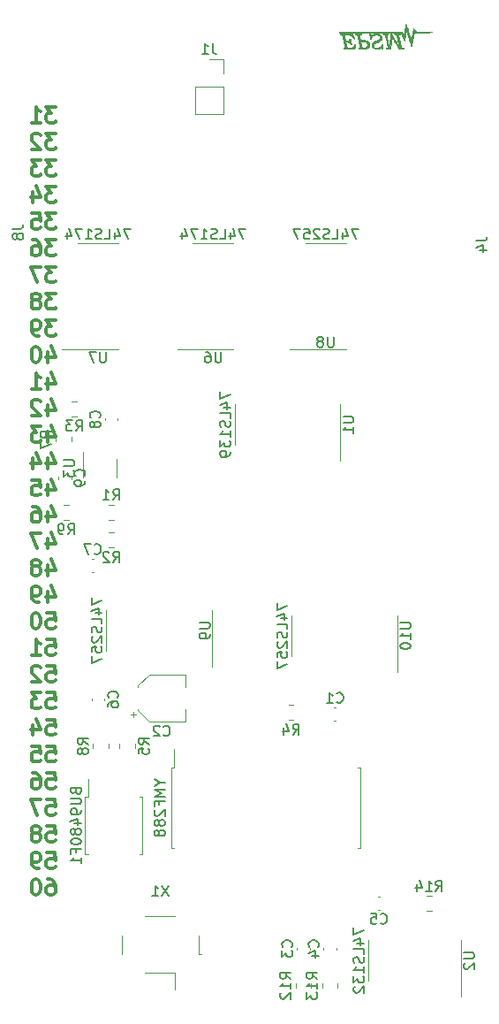
<source format=gbr>
%TF.GenerationSoftware,KiCad,Pcbnew,(5.1.10)-1*%
%TF.CreationDate,2021-06-12T16:48:45+02:00*%
%TF.ProjectId,Nes Sound Expansion,4e657320-536f-4756-9e64-20457870616e,rev?*%
%TF.SameCoordinates,Original*%
%TF.FileFunction,Legend,Bot*%
%TF.FilePolarity,Positive*%
%FSLAX46Y46*%
G04 Gerber Fmt 4.6, Leading zero omitted, Abs format (unit mm)*
G04 Created by KiCad (PCBNEW (5.1.10)-1) date 2021-06-12 16:48:45*
%MOMM*%
%LPD*%
G01*
G04 APERTURE LIST*
%ADD10C,0.300000*%
%ADD11C,0.010000*%
%ADD12C,0.120000*%
%ADD13C,0.150000*%
G04 APERTURE END LIST*
D10*
X81323857Y-44753571D02*
X80395285Y-44753571D01*
X80895285Y-45325000D01*
X80681000Y-45325000D01*
X80538142Y-45396428D01*
X80466714Y-45467857D01*
X80395285Y-45610714D01*
X80395285Y-45967857D01*
X80466714Y-46110714D01*
X80538142Y-46182142D01*
X80681000Y-46253571D01*
X81109571Y-46253571D01*
X81252428Y-46182142D01*
X81323857Y-46110714D01*
X78966714Y-46253571D02*
X79823857Y-46253571D01*
X79395285Y-46253571D02*
X79395285Y-44753571D01*
X79538142Y-44967857D01*
X79681000Y-45110714D01*
X79823857Y-45182142D01*
X81323857Y-47303571D02*
X80395285Y-47303571D01*
X80895285Y-47875000D01*
X80681000Y-47875000D01*
X80538142Y-47946428D01*
X80466714Y-48017857D01*
X80395285Y-48160714D01*
X80395285Y-48517857D01*
X80466714Y-48660714D01*
X80538142Y-48732142D01*
X80681000Y-48803571D01*
X81109571Y-48803571D01*
X81252428Y-48732142D01*
X81323857Y-48660714D01*
X79823857Y-47446428D02*
X79752428Y-47375000D01*
X79609571Y-47303571D01*
X79252428Y-47303571D01*
X79109571Y-47375000D01*
X79038142Y-47446428D01*
X78966714Y-47589285D01*
X78966714Y-47732142D01*
X79038142Y-47946428D01*
X79895285Y-48803571D01*
X78966714Y-48803571D01*
X81323857Y-49853571D02*
X80395285Y-49853571D01*
X80895285Y-50425000D01*
X80681000Y-50425000D01*
X80538142Y-50496428D01*
X80466714Y-50567857D01*
X80395285Y-50710714D01*
X80395285Y-51067857D01*
X80466714Y-51210714D01*
X80538142Y-51282142D01*
X80681000Y-51353571D01*
X81109571Y-51353571D01*
X81252428Y-51282142D01*
X81323857Y-51210714D01*
X79895285Y-49853571D02*
X78966714Y-49853571D01*
X79466714Y-50425000D01*
X79252428Y-50425000D01*
X79109571Y-50496428D01*
X79038142Y-50567857D01*
X78966714Y-50710714D01*
X78966714Y-51067857D01*
X79038142Y-51210714D01*
X79109571Y-51282142D01*
X79252428Y-51353571D01*
X79681000Y-51353571D01*
X79823857Y-51282142D01*
X79895285Y-51210714D01*
X81323857Y-52403571D02*
X80395285Y-52403571D01*
X80895285Y-52975000D01*
X80681000Y-52975000D01*
X80538142Y-53046428D01*
X80466714Y-53117857D01*
X80395285Y-53260714D01*
X80395285Y-53617857D01*
X80466714Y-53760714D01*
X80538142Y-53832142D01*
X80681000Y-53903571D01*
X81109571Y-53903571D01*
X81252428Y-53832142D01*
X81323857Y-53760714D01*
X79109571Y-52903571D02*
X79109571Y-53903571D01*
X79466714Y-52332142D02*
X79823857Y-53403571D01*
X78895285Y-53403571D01*
X81323857Y-54953571D02*
X80395285Y-54953571D01*
X80895285Y-55525000D01*
X80681000Y-55525000D01*
X80538142Y-55596428D01*
X80466714Y-55667857D01*
X80395285Y-55810714D01*
X80395285Y-56167857D01*
X80466714Y-56310714D01*
X80538142Y-56382142D01*
X80681000Y-56453571D01*
X81109571Y-56453571D01*
X81252428Y-56382142D01*
X81323857Y-56310714D01*
X79038142Y-54953571D02*
X79752428Y-54953571D01*
X79823857Y-55667857D01*
X79752428Y-55596428D01*
X79609571Y-55525000D01*
X79252428Y-55525000D01*
X79109571Y-55596428D01*
X79038142Y-55667857D01*
X78966714Y-55810714D01*
X78966714Y-56167857D01*
X79038142Y-56310714D01*
X79109571Y-56382142D01*
X79252428Y-56453571D01*
X79609571Y-56453571D01*
X79752428Y-56382142D01*
X79823857Y-56310714D01*
X81323857Y-57503571D02*
X80395285Y-57503571D01*
X80895285Y-58075000D01*
X80681000Y-58075000D01*
X80538142Y-58146428D01*
X80466714Y-58217857D01*
X80395285Y-58360714D01*
X80395285Y-58717857D01*
X80466714Y-58860714D01*
X80538142Y-58932142D01*
X80681000Y-59003571D01*
X81109571Y-59003571D01*
X81252428Y-58932142D01*
X81323857Y-58860714D01*
X79109571Y-57503571D02*
X79395285Y-57503571D01*
X79538142Y-57575000D01*
X79609571Y-57646428D01*
X79752428Y-57860714D01*
X79823857Y-58146428D01*
X79823857Y-58717857D01*
X79752428Y-58860714D01*
X79681000Y-58932142D01*
X79538142Y-59003571D01*
X79252428Y-59003571D01*
X79109571Y-58932142D01*
X79038142Y-58860714D01*
X78966714Y-58717857D01*
X78966714Y-58360714D01*
X79038142Y-58217857D01*
X79109571Y-58146428D01*
X79252428Y-58075000D01*
X79538142Y-58075000D01*
X79681000Y-58146428D01*
X79752428Y-58217857D01*
X79823857Y-58360714D01*
X81323857Y-60053571D02*
X80395285Y-60053571D01*
X80895285Y-60625000D01*
X80681000Y-60625000D01*
X80538142Y-60696428D01*
X80466714Y-60767857D01*
X80395285Y-60910714D01*
X80395285Y-61267857D01*
X80466714Y-61410714D01*
X80538142Y-61482142D01*
X80681000Y-61553571D01*
X81109571Y-61553571D01*
X81252428Y-61482142D01*
X81323857Y-61410714D01*
X79895285Y-60053571D02*
X78895285Y-60053571D01*
X79538142Y-61553571D01*
X81323857Y-62603571D02*
X80395285Y-62603571D01*
X80895285Y-63175000D01*
X80681000Y-63175000D01*
X80538142Y-63246428D01*
X80466714Y-63317857D01*
X80395285Y-63460714D01*
X80395285Y-63817857D01*
X80466714Y-63960714D01*
X80538142Y-64032142D01*
X80681000Y-64103571D01*
X81109571Y-64103571D01*
X81252428Y-64032142D01*
X81323857Y-63960714D01*
X79538142Y-63246428D02*
X79681000Y-63175000D01*
X79752428Y-63103571D01*
X79823857Y-62960714D01*
X79823857Y-62889285D01*
X79752428Y-62746428D01*
X79681000Y-62675000D01*
X79538142Y-62603571D01*
X79252428Y-62603571D01*
X79109571Y-62675000D01*
X79038142Y-62746428D01*
X78966714Y-62889285D01*
X78966714Y-62960714D01*
X79038142Y-63103571D01*
X79109571Y-63175000D01*
X79252428Y-63246428D01*
X79538142Y-63246428D01*
X79681000Y-63317857D01*
X79752428Y-63389285D01*
X79823857Y-63532142D01*
X79823857Y-63817857D01*
X79752428Y-63960714D01*
X79681000Y-64032142D01*
X79538142Y-64103571D01*
X79252428Y-64103571D01*
X79109571Y-64032142D01*
X79038142Y-63960714D01*
X78966714Y-63817857D01*
X78966714Y-63532142D01*
X79038142Y-63389285D01*
X79109571Y-63317857D01*
X79252428Y-63246428D01*
X81323857Y-65153571D02*
X80395285Y-65153571D01*
X80895285Y-65725000D01*
X80681000Y-65725000D01*
X80538142Y-65796428D01*
X80466714Y-65867857D01*
X80395285Y-66010714D01*
X80395285Y-66367857D01*
X80466714Y-66510714D01*
X80538142Y-66582142D01*
X80681000Y-66653571D01*
X81109571Y-66653571D01*
X81252428Y-66582142D01*
X81323857Y-66510714D01*
X79681000Y-66653571D02*
X79395285Y-66653571D01*
X79252428Y-66582142D01*
X79181000Y-66510714D01*
X79038142Y-66296428D01*
X78966714Y-66010714D01*
X78966714Y-65439285D01*
X79038142Y-65296428D01*
X79109571Y-65225000D01*
X79252428Y-65153571D01*
X79538142Y-65153571D01*
X79681000Y-65225000D01*
X79752428Y-65296428D01*
X79823857Y-65439285D01*
X79823857Y-65796428D01*
X79752428Y-65939285D01*
X79681000Y-66010714D01*
X79538142Y-66082142D01*
X79252428Y-66082142D01*
X79109571Y-66010714D01*
X79038142Y-65939285D01*
X78966714Y-65796428D01*
X80538142Y-68203571D02*
X80538142Y-69203571D01*
X80895285Y-67632142D02*
X81252428Y-68703571D01*
X80323857Y-68703571D01*
X79466714Y-67703571D02*
X79323857Y-67703571D01*
X79181000Y-67775000D01*
X79109571Y-67846428D01*
X79038142Y-67989285D01*
X78966714Y-68275000D01*
X78966714Y-68632142D01*
X79038142Y-68917857D01*
X79109571Y-69060714D01*
X79181000Y-69132142D01*
X79323857Y-69203571D01*
X79466714Y-69203571D01*
X79609571Y-69132142D01*
X79681000Y-69060714D01*
X79752428Y-68917857D01*
X79823857Y-68632142D01*
X79823857Y-68275000D01*
X79752428Y-67989285D01*
X79681000Y-67846428D01*
X79609571Y-67775000D01*
X79466714Y-67703571D01*
X80538142Y-70753571D02*
X80538142Y-71753571D01*
X80895285Y-70182142D02*
X81252428Y-71253571D01*
X80323857Y-71253571D01*
X78966714Y-71753571D02*
X79823857Y-71753571D01*
X79395285Y-71753571D02*
X79395285Y-70253571D01*
X79538142Y-70467857D01*
X79681000Y-70610714D01*
X79823857Y-70682142D01*
X80538142Y-73303571D02*
X80538142Y-74303571D01*
X80895285Y-72732142D02*
X81252428Y-73803571D01*
X80323857Y-73803571D01*
X79823857Y-72946428D02*
X79752428Y-72875000D01*
X79609571Y-72803571D01*
X79252428Y-72803571D01*
X79109571Y-72875000D01*
X79038142Y-72946428D01*
X78966714Y-73089285D01*
X78966714Y-73232142D01*
X79038142Y-73446428D01*
X79895285Y-74303571D01*
X78966714Y-74303571D01*
X80538142Y-75853571D02*
X80538142Y-76853571D01*
X80895285Y-75282142D02*
X81252428Y-76353571D01*
X80323857Y-76353571D01*
X79895285Y-75353571D02*
X78966714Y-75353571D01*
X79466714Y-75925000D01*
X79252428Y-75925000D01*
X79109571Y-75996428D01*
X79038142Y-76067857D01*
X78966714Y-76210714D01*
X78966714Y-76567857D01*
X79038142Y-76710714D01*
X79109571Y-76782142D01*
X79252428Y-76853571D01*
X79681000Y-76853571D01*
X79823857Y-76782142D01*
X79895285Y-76710714D01*
X80538142Y-78403571D02*
X80538142Y-79403571D01*
X80895285Y-77832142D02*
X81252428Y-78903571D01*
X80323857Y-78903571D01*
X79109571Y-78403571D02*
X79109571Y-79403571D01*
X79466714Y-77832142D02*
X79823857Y-78903571D01*
X78895285Y-78903571D01*
X80538142Y-80953571D02*
X80538142Y-81953571D01*
X80895285Y-80382142D02*
X81252428Y-81453571D01*
X80323857Y-81453571D01*
X79038142Y-80453571D02*
X79752428Y-80453571D01*
X79823857Y-81167857D01*
X79752428Y-81096428D01*
X79609571Y-81025000D01*
X79252428Y-81025000D01*
X79109571Y-81096428D01*
X79038142Y-81167857D01*
X78966714Y-81310714D01*
X78966714Y-81667857D01*
X79038142Y-81810714D01*
X79109571Y-81882142D01*
X79252428Y-81953571D01*
X79609571Y-81953571D01*
X79752428Y-81882142D01*
X79823857Y-81810714D01*
X80538142Y-83503571D02*
X80538142Y-84503571D01*
X80895285Y-82932142D02*
X81252428Y-84003571D01*
X80323857Y-84003571D01*
X79109571Y-83003571D02*
X79395285Y-83003571D01*
X79538142Y-83075000D01*
X79609571Y-83146428D01*
X79752428Y-83360714D01*
X79823857Y-83646428D01*
X79823857Y-84217857D01*
X79752428Y-84360714D01*
X79681000Y-84432142D01*
X79538142Y-84503571D01*
X79252428Y-84503571D01*
X79109571Y-84432142D01*
X79038142Y-84360714D01*
X78966714Y-84217857D01*
X78966714Y-83860714D01*
X79038142Y-83717857D01*
X79109571Y-83646428D01*
X79252428Y-83575000D01*
X79538142Y-83575000D01*
X79681000Y-83646428D01*
X79752428Y-83717857D01*
X79823857Y-83860714D01*
X80538142Y-86053571D02*
X80538142Y-87053571D01*
X80895285Y-85482142D02*
X81252428Y-86553571D01*
X80323857Y-86553571D01*
X79895285Y-85553571D02*
X78895285Y-85553571D01*
X79538142Y-87053571D01*
X80538142Y-88603571D02*
X80538142Y-89603571D01*
X80895285Y-88032142D02*
X81252428Y-89103571D01*
X80323857Y-89103571D01*
X79538142Y-88746428D02*
X79681000Y-88675000D01*
X79752428Y-88603571D01*
X79823857Y-88460714D01*
X79823857Y-88389285D01*
X79752428Y-88246428D01*
X79681000Y-88175000D01*
X79538142Y-88103571D01*
X79252428Y-88103571D01*
X79109571Y-88175000D01*
X79038142Y-88246428D01*
X78966714Y-88389285D01*
X78966714Y-88460714D01*
X79038142Y-88603571D01*
X79109571Y-88675000D01*
X79252428Y-88746428D01*
X79538142Y-88746428D01*
X79681000Y-88817857D01*
X79752428Y-88889285D01*
X79823857Y-89032142D01*
X79823857Y-89317857D01*
X79752428Y-89460714D01*
X79681000Y-89532142D01*
X79538142Y-89603571D01*
X79252428Y-89603571D01*
X79109571Y-89532142D01*
X79038142Y-89460714D01*
X78966714Y-89317857D01*
X78966714Y-89032142D01*
X79038142Y-88889285D01*
X79109571Y-88817857D01*
X79252428Y-88746428D01*
X80538142Y-91153571D02*
X80538142Y-92153571D01*
X80895285Y-90582142D02*
X81252428Y-91653571D01*
X80323857Y-91653571D01*
X79681000Y-92153571D02*
X79395285Y-92153571D01*
X79252428Y-92082142D01*
X79181000Y-92010714D01*
X79038142Y-91796428D01*
X78966714Y-91510714D01*
X78966714Y-90939285D01*
X79038142Y-90796428D01*
X79109571Y-90725000D01*
X79252428Y-90653571D01*
X79538142Y-90653571D01*
X79681000Y-90725000D01*
X79752428Y-90796428D01*
X79823857Y-90939285D01*
X79823857Y-91296428D01*
X79752428Y-91439285D01*
X79681000Y-91510714D01*
X79538142Y-91582142D01*
X79252428Y-91582142D01*
X79109571Y-91510714D01*
X79038142Y-91439285D01*
X78966714Y-91296428D01*
X80466714Y-93203571D02*
X81181000Y-93203571D01*
X81252428Y-93917857D01*
X81181000Y-93846428D01*
X81038142Y-93775000D01*
X80681000Y-93775000D01*
X80538142Y-93846428D01*
X80466714Y-93917857D01*
X80395285Y-94060714D01*
X80395285Y-94417857D01*
X80466714Y-94560714D01*
X80538142Y-94632142D01*
X80681000Y-94703571D01*
X81038142Y-94703571D01*
X81181000Y-94632142D01*
X81252428Y-94560714D01*
X79466714Y-93203571D02*
X79323857Y-93203571D01*
X79181000Y-93275000D01*
X79109571Y-93346428D01*
X79038142Y-93489285D01*
X78966714Y-93775000D01*
X78966714Y-94132142D01*
X79038142Y-94417857D01*
X79109571Y-94560714D01*
X79181000Y-94632142D01*
X79323857Y-94703571D01*
X79466714Y-94703571D01*
X79609571Y-94632142D01*
X79681000Y-94560714D01*
X79752428Y-94417857D01*
X79823857Y-94132142D01*
X79823857Y-93775000D01*
X79752428Y-93489285D01*
X79681000Y-93346428D01*
X79609571Y-93275000D01*
X79466714Y-93203571D01*
X80466714Y-95753571D02*
X81181000Y-95753571D01*
X81252428Y-96467857D01*
X81181000Y-96396428D01*
X81038142Y-96325000D01*
X80681000Y-96325000D01*
X80538142Y-96396428D01*
X80466714Y-96467857D01*
X80395285Y-96610714D01*
X80395285Y-96967857D01*
X80466714Y-97110714D01*
X80538142Y-97182142D01*
X80681000Y-97253571D01*
X81038142Y-97253571D01*
X81181000Y-97182142D01*
X81252428Y-97110714D01*
X78966714Y-97253571D02*
X79823857Y-97253571D01*
X79395285Y-97253571D02*
X79395285Y-95753571D01*
X79538142Y-95967857D01*
X79681000Y-96110714D01*
X79823857Y-96182142D01*
X80466714Y-98303571D02*
X81181000Y-98303571D01*
X81252428Y-99017857D01*
X81181000Y-98946428D01*
X81038142Y-98875000D01*
X80681000Y-98875000D01*
X80538142Y-98946428D01*
X80466714Y-99017857D01*
X80395285Y-99160714D01*
X80395285Y-99517857D01*
X80466714Y-99660714D01*
X80538142Y-99732142D01*
X80681000Y-99803571D01*
X81038142Y-99803571D01*
X81181000Y-99732142D01*
X81252428Y-99660714D01*
X79823857Y-98446428D02*
X79752428Y-98375000D01*
X79609571Y-98303571D01*
X79252428Y-98303571D01*
X79109571Y-98375000D01*
X79038142Y-98446428D01*
X78966714Y-98589285D01*
X78966714Y-98732142D01*
X79038142Y-98946428D01*
X79895285Y-99803571D01*
X78966714Y-99803571D01*
X80466714Y-100853571D02*
X81181000Y-100853571D01*
X81252428Y-101567857D01*
X81181000Y-101496428D01*
X81038142Y-101425000D01*
X80681000Y-101425000D01*
X80538142Y-101496428D01*
X80466714Y-101567857D01*
X80395285Y-101710714D01*
X80395285Y-102067857D01*
X80466714Y-102210714D01*
X80538142Y-102282142D01*
X80681000Y-102353571D01*
X81038142Y-102353571D01*
X81181000Y-102282142D01*
X81252428Y-102210714D01*
X79895285Y-100853571D02*
X78966714Y-100853571D01*
X79466714Y-101425000D01*
X79252428Y-101425000D01*
X79109571Y-101496428D01*
X79038142Y-101567857D01*
X78966714Y-101710714D01*
X78966714Y-102067857D01*
X79038142Y-102210714D01*
X79109571Y-102282142D01*
X79252428Y-102353571D01*
X79681000Y-102353571D01*
X79823857Y-102282142D01*
X79895285Y-102210714D01*
X80466714Y-103403571D02*
X81181000Y-103403571D01*
X81252428Y-104117857D01*
X81181000Y-104046428D01*
X81038142Y-103975000D01*
X80681000Y-103975000D01*
X80538142Y-104046428D01*
X80466714Y-104117857D01*
X80395285Y-104260714D01*
X80395285Y-104617857D01*
X80466714Y-104760714D01*
X80538142Y-104832142D01*
X80681000Y-104903571D01*
X81038142Y-104903571D01*
X81181000Y-104832142D01*
X81252428Y-104760714D01*
X79109571Y-103903571D02*
X79109571Y-104903571D01*
X79466714Y-103332142D02*
X79823857Y-104403571D01*
X78895285Y-104403571D01*
X80466714Y-105953571D02*
X81181000Y-105953571D01*
X81252428Y-106667857D01*
X81181000Y-106596428D01*
X81038142Y-106525000D01*
X80681000Y-106525000D01*
X80538142Y-106596428D01*
X80466714Y-106667857D01*
X80395285Y-106810714D01*
X80395285Y-107167857D01*
X80466714Y-107310714D01*
X80538142Y-107382142D01*
X80681000Y-107453571D01*
X81038142Y-107453571D01*
X81181000Y-107382142D01*
X81252428Y-107310714D01*
X79038142Y-105953571D02*
X79752428Y-105953571D01*
X79823857Y-106667857D01*
X79752428Y-106596428D01*
X79609571Y-106525000D01*
X79252428Y-106525000D01*
X79109571Y-106596428D01*
X79038142Y-106667857D01*
X78966714Y-106810714D01*
X78966714Y-107167857D01*
X79038142Y-107310714D01*
X79109571Y-107382142D01*
X79252428Y-107453571D01*
X79609571Y-107453571D01*
X79752428Y-107382142D01*
X79823857Y-107310714D01*
X80466714Y-108503571D02*
X81181000Y-108503571D01*
X81252428Y-109217857D01*
X81181000Y-109146428D01*
X81038142Y-109075000D01*
X80681000Y-109075000D01*
X80538142Y-109146428D01*
X80466714Y-109217857D01*
X80395285Y-109360714D01*
X80395285Y-109717857D01*
X80466714Y-109860714D01*
X80538142Y-109932142D01*
X80681000Y-110003571D01*
X81038142Y-110003571D01*
X81181000Y-109932142D01*
X81252428Y-109860714D01*
X79109571Y-108503571D02*
X79395285Y-108503571D01*
X79538142Y-108575000D01*
X79609571Y-108646428D01*
X79752428Y-108860714D01*
X79823857Y-109146428D01*
X79823857Y-109717857D01*
X79752428Y-109860714D01*
X79681000Y-109932142D01*
X79538142Y-110003571D01*
X79252428Y-110003571D01*
X79109571Y-109932142D01*
X79038142Y-109860714D01*
X78966714Y-109717857D01*
X78966714Y-109360714D01*
X79038142Y-109217857D01*
X79109571Y-109146428D01*
X79252428Y-109075000D01*
X79538142Y-109075000D01*
X79681000Y-109146428D01*
X79752428Y-109217857D01*
X79823857Y-109360714D01*
X80466714Y-111053571D02*
X81181000Y-111053571D01*
X81252428Y-111767857D01*
X81181000Y-111696428D01*
X81038142Y-111625000D01*
X80681000Y-111625000D01*
X80538142Y-111696428D01*
X80466714Y-111767857D01*
X80395285Y-111910714D01*
X80395285Y-112267857D01*
X80466714Y-112410714D01*
X80538142Y-112482142D01*
X80681000Y-112553571D01*
X81038142Y-112553571D01*
X81181000Y-112482142D01*
X81252428Y-112410714D01*
X79895285Y-111053571D02*
X78895285Y-111053571D01*
X79538142Y-112553571D01*
X80466714Y-113603571D02*
X81181000Y-113603571D01*
X81252428Y-114317857D01*
X81181000Y-114246428D01*
X81038142Y-114175000D01*
X80681000Y-114175000D01*
X80538142Y-114246428D01*
X80466714Y-114317857D01*
X80395285Y-114460714D01*
X80395285Y-114817857D01*
X80466714Y-114960714D01*
X80538142Y-115032142D01*
X80681000Y-115103571D01*
X81038142Y-115103571D01*
X81181000Y-115032142D01*
X81252428Y-114960714D01*
X79538142Y-114246428D02*
X79681000Y-114175000D01*
X79752428Y-114103571D01*
X79823857Y-113960714D01*
X79823857Y-113889285D01*
X79752428Y-113746428D01*
X79681000Y-113675000D01*
X79538142Y-113603571D01*
X79252428Y-113603571D01*
X79109571Y-113675000D01*
X79038142Y-113746428D01*
X78966714Y-113889285D01*
X78966714Y-113960714D01*
X79038142Y-114103571D01*
X79109571Y-114175000D01*
X79252428Y-114246428D01*
X79538142Y-114246428D01*
X79681000Y-114317857D01*
X79752428Y-114389285D01*
X79823857Y-114532142D01*
X79823857Y-114817857D01*
X79752428Y-114960714D01*
X79681000Y-115032142D01*
X79538142Y-115103571D01*
X79252428Y-115103571D01*
X79109571Y-115032142D01*
X79038142Y-114960714D01*
X78966714Y-114817857D01*
X78966714Y-114532142D01*
X79038142Y-114389285D01*
X79109571Y-114317857D01*
X79252428Y-114246428D01*
X80466714Y-116153571D02*
X81181000Y-116153571D01*
X81252428Y-116867857D01*
X81181000Y-116796428D01*
X81038142Y-116725000D01*
X80681000Y-116725000D01*
X80538142Y-116796428D01*
X80466714Y-116867857D01*
X80395285Y-117010714D01*
X80395285Y-117367857D01*
X80466714Y-117510714D01*
X80538142Y-117582142D01*
X80681000Y-117653571D01*
X81038142Y-117653571D01*
X81181000Y-117582142D01*
X81252428Y-117510714D01*
X79681000Y-117653571D02*
X79395285Y-117653571D01*
X79252428Y-117582142D01*
X79181000Y-117510714D01*
X79038142Y-117296428D01*
X78966714Y-117010714D01*
X78966714Y-116439285D01*
X79038142Y-116296428D01*
X79109571Y-116225000D01*
X79252428Y-116153571D01*
X79538142Y-116153571D01*
X79681000Y-116225000D01*
X79752428Y-116296428D01*
X79823857Y-116439285D01*
X79823857Y-116796428D01*
X79752428Y-116939285D01*
X79681000Y-117010714D01*
X79538142Y-117082142D01*
X79252428Y-117082142D01*
X79109571Y-117010714D01*
X79038142Y-116939285D01*
X78966714Y-116796428D01*
X80538142Y-118703571D02*
X80823857Y-118703571D01*
X80966714Y-118775000D01*
X81038142Y-118846428D01*
X81181000Y-119060714D01*
X81252428Y-119346428D01*
X81252428Y-119917857D01*
X81181000Y-120060714D01*
X81109571Y-120132142D01*
X80966714Y-120203571D01*
X80681000Y-120203571D01*
X80538142Y-120132142D01*
X80466714Y-120060714D01*
X80395285Y-119917857D01*
X80395285Y-119560714D01*
X80466714Y-119417857D01*
X80538142Y-119346428D01*
X80681000Y-119275000D01*
X80966714Y-119275000D01*
X81109571Y-119346428D01*
X81181000Y-119417857D01*
X81252428Y-119560714D01*
X79466714Y-118703571D02*
X79323857Y-118703571D01*
X79181000Y-118775000D01*
X79109571Y-118846428D01*
X79038142Y-118989285D01*
X78966714Y-119275000D01*
X78966714Y-119632142D01*
X79038142Y-119917857D01*
X79109571Y-120060714D01*
X79181000Y-120132142D01*
X79323857Y-120203571D01*
X79466714Y-120203571D01*
X79609571Y-120132142D01*
X79681000Y-120060714D01*
X79752428Y-119917857D01*
X79823857Y-119632142D01*
X79823857Y-119275000D01*
X79752428Y-118989285D01*
X79681000Y-118846428D01*
X79609571Y-118775000D01*
X79466714Y-118703571D01*
D11*
%TO.C,G\u002A\u002A\u002A*%
G36*
X113155460Y-39175902D02*
G01*
X113193941Y-39174924D01*
X113421382Y-39168916D01*
X113478154Y-38611300D01*
X113493568Y-38462471D01*
X113507995Y-38328011D01*
X113520794Y-38213508D01*
X113531325Y-38124549D01*
X113538948Y-38066719D01*
X113542956Y-38045654D01*
X113554851Y-38061374D01*
X113584712Y-38109720D01*
X113629979Y-38186292D01*
X113688093Y-38286691D01*
X113756496Y-38406518D01*
X113832627Y-38541374D01*
X113867318Y-38603271D01*
X114183650Y-39168916D01*
X114413707Y-39174950D01*
X114514933Y-39176993D01*
X114580577Y-39176179D01*
X114617342Y-39171639D01*
X114631933Y-39162500D01*
X114631054Y-39147891D01*
X114630632Y-39146761D01*
X114619255Y-39112668D01*
X114617500Y-39103685D01*
X114598872Y-39097815D01*
X114553116Y-39094903D01*
X114543904Y-39094833D01*
X114479262Y-39083502D01*
X114439351Y-39047208D01*
X114424979Y-39011487D01*
X114403916Y-38941300D01*
X114377769Y-38843695D01*
X114348145Y-38725719D01*
X114316651Y-38594418D01*
X114284893Y-38456840D01*
X114254479Y-38320031D01*
X114227016Y-38191038D01*
X114204109Y-38076909D01*
X114187367Y-37984690D01*
X114178396Y-37921428D01*
X114177516Y-37898916D01*
X114188103Y-37853840D01*
X114217506Y-37834178D01*
X114252375Y-37828784D01*
X114302561Y-37816870D01*
X114320586Y-37790191D01*
X114321166Y-37781159D01*
X114318629Y-37764729D01*
X114306630Y-37753387D01*
X114278587Y-37746196D01*
X114227920Y-37742220D01*
X114148047Y-37740523D01*
X114033152Y-37740166D01*
X113917314Y-37740668D01*
X113837746Y-37742664D01*
X113788388Y-37746892D01*
X113763183Y-37754088D01*
X113756074Y-37764991D01*
X113757985Y-37773648D01*
X113769192Y-37807390D01*
X113770833Y-37815981D01*
X113789410Y-37821942D01*
X113834820Y-37824792D01*
X113841636Y-37824833D01*
X113904826Y-37836508D01*
X113946268Y-37862214D01*
X113957672Y-37889285D01*
X113976445Y-37950300D01*
X114001036Y-38038837D01*
X114029893Y-38148476D01*
X114061463Y-38272794D01*
X114094195Y-38405370D01*
X114126538Y-38539784D01*
X114156939Y-38669613D01*
X114183846Y-38788435D01*
X114205708Y-38889830D01*
X114220973Y-38967377D01*
X114228089Y-39014653D01*
X114227554Y-39026168D01*
X114215975Y-39010062D01*
X114186264Y-38961078D01*
X114140808Y-38883366D01*
X114081995Y-38781075D01*
X114012214Y-38658354D01*
X113933852Y-38519353D01*
X113862570Y-38392018D01*
X113761367Y-38211615D01*
X113678177Y-38065612D01*
X113611146Y-37951027D01*
X113558419Y-37864877D01*
X113518142Y-37804181D01*
X113488459Y-37765958D01*
X113467517Y-37747225D01*
X113459671Y-37744224D01*
X113417469Y-37753540D01*
X113404091Y-37775974D01*
X113399377Y-37806281D01*
X113391259Y-37873031D01*
X113380356Y-37970527D01*
X113367286Y-38093068D01*
X113352666Y-38234958D01*
X113337115Y-38390497D01*
X113333943Y-38422791D01*
X113318350Y-38578053D01*
X113303485Y-38718697D01*
X113289962Y-38839475D01*
X113278394Y-38935134D01*
X113269398Y-39000424D01*
X113263587Y-39030095D01*
X113262723Y-39031333D01*
X113254037Y-39011656D01*
X113238425Y-38956924D01*
X113217301Y-38873587D01*
X113192080Y-38768094D01*
X113164174Y-38646895D01*
X113134997Y-38516438D01*
X113105962Y-38383173D01*
X113078483Y-38253549D01*
X113053974Y-38134016D01*
X113033847Y-38031023D01*
X113019517Y-37951020D01*
X113012396Y-37900455D01*
X113012055Y-37887600D01*
X113024879Y-37851264D01*
X113058294Y-37834106D01*
X113096511Y-37828983D01*
X113147095Y-37821056D01*
X113165066Y-37804345D01*
X113162834Y-37781358D01*
X113155094Y-37763896D01*
X113137840Y-37752193D01*
X113103763Y-37745113D01*
X113045557Y-37741517D01*
X112955913Y-37740267D01*
X112898266Y-37740166D01*
X112790700Y-37740763D01*
X112719077Y-37743144D01*
X112677017Y-37748195D01*
X112658139Y-37756804D01*
X112656064Y-37769856D01*
X112657318Y-37773648D01*
X112668525Y-37807390D01*
X112670166Y-37815981D01*
X112688744Y-37821942D01*
X112734153Y-37824792D01*
X112740969Y-37824833D01*
X112806008Y-37837239D01*
X112846501Y-37863208D01*
X112861707Y-37895432D01*
X112883450Y-37962283D01*
X112910133Y-38056848D01*
X112940159Y-38172209D01*
X112971932Y-38301450D01*
X113003854Y-38437656D01*
X113034330Y-38573909D01*
X113061762Y-38703295D01*
X113084555Y-38818897D01*
X113101110Y-38913799D01*
X113109832Y-38981084D01*
X113110532Y-39006892D01*
X113102195Y-39058825D01*
X113080729Y-39082261D01*
X113035291Y-39090883D01*
X112985305Y-39102633D01*
X112967189Y-39129103D01*
X112966500Y-39139224D01*
X112969124Y-39157574D01*
X112981930Y-39169255D01*
X113012321Y-39175429D01*
X113067697Y-39177258D01*
X113155460Y-39175902D01*
G37*
X113155460Y-39175902D02*
X113193941Y-39174924D01*
X113421382Y-39168916D01*
X113478154Y-38611300D01*
X113493568Y-38462471D01*
X113507995Y-38328011D01*
X113520794Y-38213508D01*
X113531325Y-38124549D01*
X113538948Y-38066719D01*
X113542956Y-38045654D01*
X113554851Y-38061374D01*
X113584712Y-38109720D01*
X113629979Y-38186292D01*
X113688093Y-38286691D01*
X113756496Y-38406518D01*
X113832627Y-38541374D01*
X113867318Y-38603271D01*
X114183650Y-39168916D01*
X114413707Y-39174950D01*
X114514933Y-39176993D01*
X114580577Y-39176179D01*
X114617342Y-39171639D01*
X114631933Y-39162500D01*
X114631054Y-39147891D01*
X114630632Y-39146761D01*
X114619255Y-39112668D01*
X114617500Y-39103685D01*
X114598872Y-39097815D01*
X114553116Y-39094903D01*
X114543904Y-39094833D01*
X114479262Y-39083502D01*
X114439351Y-39047208D01*
X114424979Y-39011487D01*
X114403916Y-38941300D01*
X114377769Y-38843695D01*
X114348145Y-38725719D01*
X114316651Y-38594418D01*
X114284893Y-38456840D01*
X114254479Y-38320031D01*
X114227016Y-38191038D01*
X114204109Y-38076909D01*
X114187367Y-37984690D01*
X114178396Y-37921428D01*
X114177516Y-37898916D01*
X114188103Y-37853840D01*
X114217506Y-37834178D01*
X114252375Y-37828784D01*
X114302561Y-37816870D01*
X114320586Y-37790191D01*
X114321166Y-37781159D01*
X114318629Y-37764729D01*
X114306630Y-37753387D01*
X114278587Y-37746196D01*
X114227920Y-37742220D01*
X114148047Y-37740523D01*
X114033152Y-37740166D01*
X113917314Y-37740668D01*
X113837746Y-37742664D01*
X113788388Y-37746892D01*
X113763183Y-37754088D01*
X113756074Y-37764991D01*
X113757985Y-37773648D01*
X113769192Y-37807390D01*
X113770833Y-37815981D01*
X113789410Y-37821942D01*
X113834820Y-37824792D01*
X113841636Y-37824833D01*
X113904826Y-37836508D01*
X113946268Y-37862214D01*
X113957672Y-37889285D01*
X113976445Y-37950300D01*
X114001036Y-38038837D01*
X114029893Y-38148476D01*
X114061463Y-38272794D01*
X114094195Y-38405370D01*
X114126538Y-38539784D01*
X114156939Y-38669613D01*
X114183846Y-38788435D01*
X114205708Y-38889830D01*
X114220973Y-38967377D01*
X114228089Y-39014653D01*
X114227554Y-39026168D01*
X114215975Y-39010062D01*
X114186264Y-38961078D01*
X114140808Y-38883366D01*
X114081995Y-38781075D01*
X114012214Y-38658354D01*
X113933852Y-38519353D01*
X113862570Y-38392018D01*
X113761367Y-38211615D01*
X113678177Y-38065612D01*
X113611146Y-37951027D01*
X113558419Y-37864877D01*
X113518142Y-37804181D01*
X113488459Y-37765958D01*
X113467517Y-37747225D01*
X113459671Y-37744224D01*
X113417469Y-37753540D01*
X113404091Y-37775974D01*
X113399377Y-37806281D01*
X113391259Y-37873031D01*
X113380356Y-37970527D01*
X113367286Y-38093068D01*
X113352666Y-38234958D01*
X113337115Y-38390497D01*
X113333943Y-38422791D01*
X113318350Y-38578053D01*
X113303485Y-38718697D01*
X113289962Y-38839475D01*
X113278394Y-38935134D01*
X113269398Y-39000424D01*
X113263587Y-39030095D01*
X113262723Y-39031333D01*
X113254037Y-39011656D01*
X113238425Y-38956924D01*
X113217301Y-38873587D01*
X113192080Y-38768094D01*
X113164174Y-38646895D01*
X113134997Y-38516438D01*
X113105962Y-38383173D01*
X113078483Y-38253549D01*
X113053974Y-38134016D01*
X113033847Y-38031023D01*
X113019517Y-37951020D01*
X113012396Y-37900455D01*
X113012055Y-37887600D01*
X113024879Y-37851264D01*
X113058294Y-37834106D01*
X113096511Y-37828983D01*
X113147095Y-37821056D01*
X113165066Y-37804345D01*
X113162834Y-37781358D01*
X113155094Y-37763896D01*
X113137840Y-37752193D01*
X113103763Y-37745113D01*
X113045557Y-37741517D01*
X112955913Y-37740267D01*
X112898266Y-37740166D01*
X112790700Y-37740763D01*
X112719077Y-37743144D01*
X112677017Y-37748195D01*
X112658139Y-37756804D01*
X112656064Y-37769856D01*
X112657318Y-37773648D01*
X112668525Y-37807390D01*
X112670166Y-37815981D01*
X112688744Y-37821942D01*
X112734153Y-37824792D01*
X112740969Y-37824833D01*
X112806008Y-37837239D01*
X112846501Y-37863208D01*
X112861707Y-37895432D01*
X112883450Y-37962283D01*
X112910133Y-38056848D01*
X112940159Y-38172209D01*
X112971932Y-38301450D01*
X113003854Y-38437656D01*
X113034330Y-38573909D01*
X113061762Y-38703295D01*
X113084555Y-38818897D01*
X113101110Y-38913799D01*
X113109832Y-38981084D01*
X113110532Y-39006892D01*
X113102195Y-39058825D01*
X113080729Y-39082261D01*
X113035291Y-39090883D01*
X112985305Y-39102633D01*
X112967189Y-39129103D01*
X112966500Y-39139224D01*
X112969124Y-39157574D01*
X112981930Y-39169255D01*
X113012321Y-39175429D01*
X113067697Y-39177258D01*
X113155460Y-39175902D01*
G36*
X110846646Y-39177022D02*
G01*
X110991573Y-39168983D01*
X111104449Y-39153630D01*
X111190318Y-39129329D01*
X111254225Y-39094444D01*
X111301213Y-39047341D01*
X111336329Y-38986386D01*
X111348138Y-38957870D01*
X111371463Y-38840719D01*
X111357757Y-38720504D01*
X111310696Y-38605781D01*
X111233956Y-38505105D01*
X111131214Y-38427028D01*
X111116652Y-38419246D01*
X111066203Y-38396016D01*
X111015258Y-38380007D01*
X110953423Y-38369461D01*
X110870303Y-38362621D01*
X110755504Y-38357729D01*
X110752149Y-38357617D01*
X110640385Y-38353078D01*
X110564200Y-38347518D01*
X110516838Y-38339858D01*
X110491544Y-38329020D01*
X110481697Y-38314424D01*
X110472998Y-38279479D01*
X110457587Y-38214377D01*
X110438082Y-38130254D01*
X110427098Y-38082280D01*
X110405064Y-37974916D01*
X110397666Y-37901665D01*
X110406468Y-37856375D01*
X110433036Y-37832892D01*
X110478935Y-37825066D01*
X110492591Y-37824833D01*
X110537900Y-37817536D01*
X110553138Y-37790791D01*
X110553500Y-37782500D01*
X110551250Y-37765546D01*
X110540105Y-37753844D01*
X110513465Y-37746425D01*
X110464735Y-37742319D01*
X110387316Y-37740556D01*
X110274612Y-37740167D01*
X110265485Y-37740166D01*
X110149648Y-37740668D01*
X110070079Y-37742664D01*
X110020721Y-37746892D01*
X109995517Y-37754088D01*
X109988407Y-37764991D01*
X109990318Y-37773648D01*
X110001525Y-37807390D01*
X110003166Y-37815981D01*
X110021373Y-37822580D01*
X110057474Y-37824833D01*
X110137304Y-37840366D01*
X110190847Y-37888541D01*
X110212276Y-37935796D01*
X110230126Y-37998697D01*
X110253130Y-38090094D01*
X110279777Y-38202883D01*
X110308555Y-38329962D01*
X110335922Y-38454957D01*
X110509136Y-38454957D01*
X110729308Y-38463107D01*
X110831176Y-38467824D01*
X110901265Y-38474544D01*
X110950130Y-38485588D01*
X110988323Y-38503278D01*
X111023678Y-38527850D01*
X111107430Y-38616962D01*
X111155583Y-38727877D01*
X111167333Y-38827823D01*
X111159965Y-38903044D01*
X111131937Y-38961518D01*
X111105613Y-38993958D01*
X111075266Y-39026288D01*
X111047381Y-39046539D01*
X111011394Y-39057538D01*
X110956743Y-39062108D01*
X110872866Y-39063074D01*
X110847127Y-39063083D01*
X110650360Y-39063083D01*
X110595356Y-38819666D01*
X110572066Y-38717303D01*
X110550712Y-38624721D01*
X110533841Y-38552880D01*
X110524744Y-38515603D01*
X110509136Y-38454957D01*
X110335922Y-38454957D01*
X110337953Y-38464229D01*
X110366460Y-38598579D01*
X110392564Y-38725910D01*
X110414753Y-38839120D01*
X110431515Y-38931106D01*
X110441340Y-38994764D01*
X110443168Y-39020750D01*
X110432565Y-39065828D01*
X110403147Y-39085491D01*
X110368291Y-39090883D01*
X110318105Y-39102796D01*
X110300080Y-39129475D01*
X110299500Y-39138508D01*
X110301637Y-39153358D01*
X110311957Y-39164111D01*
X110336316Y-39171423D01*
X110380576Y-39175948D01*
X110450593Y-39178344D01*
X110552227Y-39179266D01*
X110664625Y-39179382D01*
X110846646Y-39177022D01*
G37*
X110846646Y-39177022D02*
X110991573Y-39168983D01*
X111104449Y-39153630D01*
X111190318Y-39129329D01*
X111254225Y-39094444D01*
X111301213Y-39047341D01*
X111336329Y-38986386D01*
X111348138Y-38957870D01*
X111371463Y-38840719D01*
X111357757Y-38720504D01*
X111310696Y-38605781D01*
X111233956Y-38505105D01*
X111131214Y-38427028D01*
X111116652Y-38419246D01*
X111066203Y-38396016D01*
X111015258Y-38380007D01*
X110953423Y-38369461D01*
X110870303Y-38362621D01*
X110755504Y-38357729D01*
X110752149Y-38357617D01*
X110640385Y-38353078D01*
X110564200Y-38347518D01*
X110516838Y-38339858D01*
X110491544Y-38329020D01*
X110481697Y-38314424D01*
X110472998Y-38279479D01*
X110457587Y-38214377D01*
X110438082Y-38130254D01*
X110427098Y-38082280D01*
X110405064Y-37974916D01*
X110397666Y-37901665D01*
X110406468Y-37856375D01*
X110433036Y-37832892D01*
X110478935Y-37825066D01*
X110492591Y-37824833D01*
X110537900Y-37817536D01*
X110553138Y-37790791D01*
X110553500Y-37782500D01*
X110551250Y-37765546D01*
X110540105Y-37753844D01*
X110513465Y-37746425D01*
X110464735Y-37742319D01*
X110387316Y-37740556D01*
X110274612Y-37740167D01*
X110265485Y-37740166D01*
X110149648Y-37740668D01*
X110070079Y-37742664D01*
X110020721Y-37746892D01*
X109995517Y-37754088D01*
X109988407Y-37764991D01*
X109990318Y-37773648D01*
X110001525Y-37807390D01*
X110003166Y-37815981D01*
X110021373Y-37822580D01*
X110057474Y-37824833D01*
X110137304Y-37840366D01*
X110190847Y-37888541D01*
X110212276Y-37935796D01*
X110230126Y-37998697D01*
X110253130Y-38090094D01*
X110279777Y-38202883D01*
X110308555Y-38329962D01*
X110335922Y-38454957D01*
X110509136Y-38454957D01*
X110729308Y-38463107D01*
X110831176Y-38467824D01*
X110901265Y-38474544D01*
X110950130Y-38485588D01*
X110988323Y-38503278D01*
X111023678Y-38527850D01*
X111107430Y-38616962D01*
X111155583Y-38727877D01*
X111167333Y-38827823D01*
X111159965Y-38903044D01*
X111131937Y-38961518D01*
X111105613Y-38993958D01*
X111075266Y-39026288D01*
X111047381Y-39046539D01*
X111011394Y-39057538D01*
X110956743Y-39062108D01*
X110872866Y-39063074D01*
X110847127Y-39063083D01*
X110650360Y-39063083D01*
X110595356Y-38819666D01*
X110572066Y-38717303D01*
X110550712Y-38624721D01*
X110533841Y-38552880D01*
X110524744Y-38515603D01*
X110509136Y-38454957D01*
X110335922Y-38454957D01*
X110337953Y-38464229D01*
X110366460Y-38598579D01*
X110392564Y-38725910D01*
X110414753Y-38839120D01*
X110431515Y-38931106D01*
X110441340Y-38994764D01*
X110443168Y-39020750D01*
X110432565Y-39065828D01*
X110403147Y-39085491D01*
X110368291Y-39090883D01*
X110318105Y-39102796D01*
X110300080Y-39129475D01*
X110299500Y-39138508D01*
X110301637Y-39153358D01*
X110311957Y-39164111D01*
X110336316Y-39171423D01*
X110380576Y-39175948D01*
X110450593Y-39178344D01*
X110552227Y-39179266D01*
X110664625Y-39179382D01*
X110846646Y-39177022D01*
G36*
X109163143Y-39176688D02*
G01*
X109308285Y-39175378D01*
X109383403Y-39174578D01*
X109906640Y-39168916D01*
X109962377Y-38989000D01*
X109989619Y-38893916D01*
X110000684Y-38831692D01*
X109995203Y-38795914D01*
X109972806Y-38780170D01*
X109950213Y-38777657D01*
X109929013Y-38794633D01*
X109898060Y-38838393D01*
X109878408Y-38872719D01*
X109831332Y-38947812D01*
X109777402Y-39000768D01*
X109708576Y-39035095D01*
X109616812Y-39054305D01*
X109494068Y-39061907D01*
X109443638Y-39062471D01*
X109211166Y-39063083D01*
X109153069Y-38809083D01*
X109130688Y-38710344D01*
X109112140Y-38626822D01*
X109099294Y-38567054D01*
X109094017Y-38539576D01*
X109093986Y-38539208D01*
X109112053Y-38528971D01*
X109159844Y-38524718D01*
X109225243Y-38525965D01*
X109296139Y-38532229D01*
X109360416Y-38543027D01*
X109389333Y-38550986D01*
X109444457Y-38579878D01*
X109487698Y-38630409D01*
X109513287Y-38676791D01*
X109556871Y-38747734D01*
X109596366Y-38776607D01*
X109603245Y-38777333D01*
X109636463Y-38773485D01*
X109643333Y-38768627D01*
X109638846Y-38745741D01*
X109626677Y-38690326D01*
X109608766Y-38611076D01*
X109590250Y-38530502D01*
X109567614Y-38432597D01*
X109547637Y-38346053D01*
X109532793Y-38281600D01*
X109526347Y-38253458D01*
X109500950Y-38213662D01*
X109473596Y-38205833D01*
X109445982Y-38213192D01*
X109433893Y-38242644D01*
X109431666Y-38289300D01*
X109421484Y-38358143D01*
X109387443Y-38403639D01*
X109324296Y-38429260D01*
X109226801Y-38438480D01*
X109206133Y-38438666D01*
X109130687Y-38436422D01*
X109087679Y-38428002D01*
X109067373Y-38410876D01*
X109063602Y-38401625D01*
X109045011Y-38332927D01*
X109024303Y-38246097D01*
X109003371Y-38150561D01*
X108984107Y-38055743D01*
X108968404Y-37971066D01*
X108958155Y-37905957D01*
X108955252Y-37869840D01*
X108956070Y-37866109D01*
X108982672Y-37856245D01*
X109041460Y-37849838D01*
X109122434Y-37846838D01*
X109215591Y-37847196D01*
X109310931Y-37850860D01*
X109398452Y-37857782D01*
X109468153Y-37867910D01*
X109471886Y-37868691D01*
X109603987Y-37918199D01*
X109722178Y-38005200D01*
X109817814Y-38120815D01*
X109858801Y-38182245D01*
X109885137Y-38214204D01*
X109905237Y-38222720D01*
X109927516Y-38213819D01*
X109938313Y-38207118D01*
X109948765Y-38192535D01*
X109947186Y-38164513D01*
X109931612Y-38116620D01*
X109900079Y-38042427D01*
X109864229Y-37964484D01*
X109759750Y-37741085D01*
X109148943Y-37740626D01*
X108971427Y-37740681D01*
X108831908Y-37741305D01*
X108726053Y-37742737D01*
X108649526Y-37745215D01*
X108597994Y-37748980D01*
X108567121Y-37754271D01*
X108552574Y-37761326D01*
X108550017Y-37770387D01*
X108550985Y-37773648D01*
X108562192Y-37807390D01*
X108563833Y-37815981D01*
X108582460Y-37821851D01*
X108628217Y-37824764D01*
X108637428Y-37824833D01*
X108701899Y-37836089D01*
X108742767Y-37873279D01*
X108755774Y-37906470D01*
X108775847Y-37974136D01*
X108801361Y-38069320D01*
X108830689Y-38185066D01*
X108862207Y-38314417D01*
X108894290Y-38450415D01*
X108925314Y-38586105D01*
X108953652Y-38714529D01*
X108977681Y-38828731D01*
X108995775Y-38921754D01*
X109006309Y-38986641D01*
X109008333Y-39010193D01*
X108994594Y-39062955D01*
X108950681Y-39089781D01*
X108900768Y-39094833D01*
X108866686Y-39110586D01*
X108860166Y-39137536D01*
X108861437Y-39150741D01*
X108868526Y-39160829D01*
X108886343Y-39168148D01*
X108919802Y-39173046D01*
X108973813Y-39175870D01*
X109053290Y-39176968D01*
X109163143Y-39176688D01*
G37*
X109163143Y-39176688D02*
X109308285Y-39175378D01*
X109383403Y-39174578D01*
X109906640Y-39168916D01*
X109962377Y-38989000D01*
X109989619Y-38893916D01*
X110000684Y-38831692D01*
X109995203Y-38795914D01*
X109972806Y-38780170D01*
X109950213Y-38777657D01*
X109929013Y-38794633D01*
X109898060Y-38838393D01*
X109878408Y-38872719D01*
X109831332Y-38947812D01*
X109777402Y-39000768D01*
X109708576Y-39035095D01*
X109616812Y-39054305D01*
X109494068Y-39061907D01*
X109443638Y-39062471D01*
X109211166Y-39063083D01*
X109153069Y-38809083D01*
X109130688Y-38710344D01*
X109112140Y-38626822D01*
X109099294Y-38567054D01*
X109094017Y-38539576D01*
X109093986Y-38539208D01*
X109112053Y-38528971D01*
X109159844Y-38524718D01*
X109225243Y-38525965D01*
X109296139Y-38532229D01*
X109360416Y-38543027D01*
X109389333Y-38550986D01*
X109444457Y-38579878D01*
X109487698Y-38630409D01*
X109513287Y-38676791D01*
X109556871Y-38747734D01*
X109596366Y-38776607D01*
X109603245Y-38777333D01*
X109636463Y-38773485D01*
X109643333Y-38768627D01*
X109638846Y-38745741D01*
X109626677Y-38690326D01*
X109608766Y-38611076D01*
X109590250Y-38530502D01*
X109567614Y-38432597D01*
X109547637Y-38346053D01*
X109532793Y-38281600D01*
X109526347Y-38253458D01*
X109500950Y-38213662D01*
X109473596Y-38205833D01*
X109445982Y-38213192D01*
X109433893Y-38242644D01*
X109431666Y-38289300D01*
X109421484Y-38358143D01*
X109387443Y-38403639D01*
X109324296Y-38429260D01*
X109226801Y-38438480D01*
X109206133Y-38438666D01*
X109130687Y-38436422D01*
X109087679Y-38428002D01*
X109067373Y-38410876D01*
X109063602Y-38401625D01*
X109045011Y-38332927D01*
X109024303Y-38246097D01*
X109003371Y-38150561D01*
X108984107Y-38055743D01*
X108968404Y-37971066D01*
X108958155Y-37905957D01*
X108955252Y-37869840D01*
X108956070Y-37866109D01*
X108982672Y-37856245D01*
X109041460Y-37849838D01*
X109122434Y-37846838D01*
X109215591Y-37847196D01*
X109310931Y-37850860D01*
X109398452Y-37857782D01*
X109468153Y-37867910D01*
X109471886Y-37868691D01*
X109603987Y-37918199D01*
X109722178Y-38005200D01*
X109817814Y-38120815D01*
X109858801Y-38182245D01*
X109885137Y-38214204D01*
X109905237Y-38222720D01*
X109927516Y-38213819D01*
X109938313Y-38207118D01*
X109948765Y-38192535D01*
X109947186Y-38164513D01*
X109931612Y-38116620D01*
X109900079Y-38042427D01*
X109864229Y-37964484D01*
X109759750Y-37741085D01*
X109148943Y-37740626D01*
X108971427Y-37740681D01*
X108831908Y-37741305D01*
X108726053Y-37742737D01*
X108649526Y-37745215D01*
X108597994Y-37748980D01*
X108567121Y-37754271D01*
X108552574Y-37761326D01*
X108550017Y-37770387D01*
X108550985Y-37773648D01*
X108562192Y-37807390D01*
X108563833Y-37815981D01*
X108582460Y-37821851D01*
X108628217Y-37824764D01*
X108637428Y-37824833D01*
X108701899Y-37836089D01*
X108742767Y-37873279D01*
X108755774Y-37906470D01*
X108775847Y-37974136D01*
X108801361Y-38069320D01*
X108830689Y-38185066D01*
X108862207Y-38314417D01*
X108894290Y-38450415D01*
X108925314Y-38586105D01*
X108953652Y-38714529D01*
X108977681Y-38828731D01*
X108995775Y-38921754D01*
X109006309Y-38986641D01*
X109008333Y-39010193D01*
X108994594Y-39062955D01*
X108950681Y-39089781D01*
X108900768Y-39094833D01*
X108866686Y-39110586D01*
X108860166Y-39137536D01*
X108861437Y-39150741D01*
X108868526Y-39160829D01*
X108886343Y-39168148D01*
X108919802Y-39173046D01*
X108973813Y-39175870D01*
X109053290Y-39176968D01*
X109163143Y-39176688D01*
G36*
X112205970Y-39185673D02*
G01*
X112277724Y-39175020D01*
X112341711Y-39153348D01*
X112391813Y-39129305D01*
X112452388Y-39099473D01*
X112495626Y-39080924D01*
X112510654Y-39077535D01*
X112523594Y-39099318D01*
X112541044Y-39131875D01*
X112575095Y-39168447D01*
X112607411Y-39179500D01*
X112625975Y-39176547D01*
X112638015Y-39162709D01*
X112644932Y-39130513D01*
X112648122Y-39072488D01*
X112648984Y-38981163D01*
X112649000Y-38957250D01*
X112648631Y-38858340D01*
X112646422Y-38794226D01*
X112640715Y-38757368D01*
X112629853Y-38740228D01*
X112612181Y-38735268D01*
X112600156Y-38735000D01*
X112561432Y-38746948D01*
X112529052Y-38788450D01*
X112514198Y-38819122D01*
X112461447Y-38902095D01*
X112383914Y-38981224D01*
X112295909Y-39043825D01*
X112227049Y-39073633D01*
X112108014Y-39092504D01*
X111994665Y-39084843D01*
X111894038Y-39053861D01*
X111813169Y-39002765D01*
X111759093Y-38934764D01*
X111738845Y-38853069D01*
X111738833Y-38850954D01*
X111754826Y-38777256D01*
X111804766Y-38713006D01*
X111891594Y-38655442D01*
X111995265Y-38610207D01*
X112166828Y-38542418D01*
X112301218Y-38480831D01*
X112402597Y-38422514D01*
X112475129Y-38364536D01*
X112522978Y-38303967D01*
X112550305Y-38237874D01*
X112555232Y-38215956D01*
X112553940Y-38114925D01*
X112517503Y-38011126D01*
X112451533Y-37913233D01*
X112361642Y-37829921D01*
X112271541Y-37777458D01*
X112158311Y-37742871D01*
X112026331Y-37726734D01*
X111893637Y-37729828D01*
X111778267Y-37752933D01*
X111770140Y-37755736D01*
X111693628Y-37787854D01*
X111622221Y-37825269D01*
X111597333Y-37841253D01*
X111530801Y-37888628D01*
X111484924Y-37814397D01*
X111448598Y-37767649D01*
X111414147Y-37741904D01*
X111405962Y-37740166D01*
X111388744Y-37746174D01*
X111380898Y-37769983D01*
X111381235Y-37820275D01*
X111386372Y-37883041D01*
X111393783Y-37981249D01*
X111398748Y-38084720D01*
X111400016Y-38147625D01*
X111401500Y-38216317D01*
X111408421Y-38252774D01*
X111424810Y-38267074D01*
X111448693Y-38269333D01*
X111481481Y-38261532D01*
X111503994Y-38231340D01*
X111522638Y-38174298D01*
X111566354Y-38076254D01*
X111638844Y-37980723D01*
X111728088Y-37901547D01*
X111791750Y-37864323D01*
X111907287Y-37831738D01*
X112035219Y-37827819D01*
X112157043Y-37852351D01*
X112197734Y-37869015D01*
X112293307Y-37929219D01*
X112350605Y-38000854D01*
X112373174Y-38088757D01*
X112373833Y-38109446D01*
X112368831Y-38166052D01*
X112350751Y-38214489D01*
X112314982Y-38258135D01*
X112256911Y-38300365D01*
X112171927Y-38344554D01*
X112055419Y-38394079D01*
X111908166Y-38450320D01*
X111779978Y-38508340D01*
X111684418Y-38574218D01*
X111671797Y-38586070D01*
X111602206Y-38679589D01*
X111572343Y-38778675D01*
X111580922Y-38878404D01*
X111626658Y-38973853D01*
X111708264Y-39060099D01*
X111812916Y-39126583D01*
X111886316Y-39160231D01*
X111949707Y-39179324D01*
X112020935Y-39187619D01*
X112109250Y-39188936D01*
X112205970Y-39185673D01*
G37*
X112205970Y-39185673D02*
X112277724Y-39175020D01*
X112341711Y-39153348D01*
X112391813Y-39129305D01*
X112452388Y-39099473D01*
X112495626Y-39080924D01*
X112510654Y-39077535D01*
X112523594Y-39099318D01*
X112541044Y-39131875D01*
X112575095Y-39168447D01*
X112607411Y-39179500D01*
X112625975Y-39176547D01*
X112638015Y-39162709D01*
X112644932Y-39130513D01*
X112648122Y-39072488D01*
X112648984Y-38981163D01*
X112649000Y-38957250D01*
X112648631Y-38858340D01*
X112646422Y-38794226D01*
X112640715Y-38757368D01*
X112629853Y-38740228D01*
X112612181Y-38735268D01*
X112600156Y-38735000D01*
X112561432Y-38746948D01*
X112529052Y-38788450D01*
X112514198Y-38819122D01*
X112461447Y-38902095D01*
X112383914Y-38981224D01*
X112295909Y-39043825D01*
X112227049Y-39073633D01*
X112108014Y-39092504D01*
X111994665Y-39084843D01*
X111894038Y-39053861D01*
X111813169Y-39002765D01*
X111759093Y-38934764D01*
X111738845Y-38853069D01*
X111738833Y-38850954D01*
X111754826Y-38777256D01*
X111804766Y-38713006D01*
X111891594Y-38655442D01*
X111995265Y-38610207D01*
X112166828Y-38542418D01*
X112301218Y-38480831D01*
X112402597Y-38422514D01*
X112475129Y-38364536D01*
X112522978Y-38303967D01*
X112550305Y-38237874D01*
X112555232Y-38215956D01*
X112553940Y-38114925D01*
X112517503Y-38011126D01*
X112451533Y-37913233D01*
X112361642Y-37829921D01*
X112271541Y-37777458D01*
X112158311Y-37742871D01*
X112026331Y-37726734D01*
X111893637Y-37729828D01*
X111778267Y-37752933D01*
X111770140Y-37755736D01*
X111693628Y-37787854D01*
X111622221Y-37825269D01*
X111597333Y-37841253D01*
X111530801Y-37888628D01*
X111484924Y-37814397D01*
X111448598Y-37767649D01*
X111414147Y-37741904D01*
X111405962Y-37740166D01*
X111388744Y-37746174D01*
X111380898Y-37769983D01*
X111381235Y-37820275D01*
X111386372Y-37883041D01*
X111393783Y-37981249D01*
X111398748Y-38084720D01*
X111400016Y-38147625D01*
X111401500Y-38216317D01*
X111408421Y-38252774D01*
X111424810Y-38267074D01*
X111448693Y-38269333D01*
X111481481Y-38261532D01*
X111503994Y-38231340D01*
X111522638Y-38174298D01*
X111566354Y-38076254D01*
X111638844Y-37980723D01*
X111728088Y-37901547D01*
X111791750Y-37864323D01*
X111907287Y-37831738D01*
X112035219Y-37827819D01*
X112157043Y-37852351D01*
X112197734Y-37869015D01*
X112293307Y-37929219D01*
X112350605Y-38000854D01*
X112373174Y-38088757D01*
X112373833Y-38109446D01*
X112368831Y-38166052D01*
X112350751Y-38214489D01*
X112314982Y-38258135D01*
X112256911Y-38300365D01*
X112171927Y-38344554D01*
X112055419Y-38394079D01*
X111908166Y-38450320D01*
X111779978Y-38508340D01*
X111684418Y-38574218D01*
X111671797Y-38586070D01*
X111602206Y-38679589D01*
X111572343Y-38778675D01*
X111580922Y-38878404D01*
X111626658Y-38973853D01*
X111708264Y-39060099D01*
X111812916Y-39126583D01*
X111886316Y-39160231D01*
X111949707Y-39179324D01*
X112020935Y-39187619D01*
X112109250Y-39188936D01*
X112205970Y-39185673D01*
G36*
X115383971Y-38883747D02*
G01*
X115397485Y-38833443D01*
X115416667Y-38753205D01*
X115440295Y-38648839D01*
X115467146Y-38526153D01*
X115495997Y-38390953D01*
X115525628Y-38249046D01*
X115554816Y-38106241D01*
X115582338Y-37968343D01*
X115606972Y-37841161D01*
X115627497Y-37730500D01*
X115642689Y-37642169D01*
X115645583Y-37623784D01*
X115658557Y-37539151D01*
X115689038Y-37597326D01*
X115696818Y-37613135D01*
X115704609Y-37626181D01*
X115716168Y-37636591D01*
X115735256Y-37644492D01*
X115765631Y-37650010D01*
X115811054Y-37653274D01*
X115875284Y-37654408D01*
X115962080Y-37653541D01*
X116075202Y-37650800D01*
X116218410Y-37646311D01*
X116395462Y-37640200D01*
X116610118Y-37632596D01*
X116670666Y-37630456D01*
X116879556Y-37622486D01*
X117048878Y-37614748D01*
X117178335Y-37607322D01*
X117267626Y-37600284D01*
X117316453Y-37593712D01*
X117324518Y-37587684D01*
X117291520Y-37582277D01*
X117217161Y-37577569D01*
X117101142Y-37573637D01*
X116943164Y-37570560D01*
X116903500Y-37570015D01*
X116744382Y-37567431D01*
X116567316Y-37563673D01*
X116389645Y-37559165D01*
X116228715Y-37554325D01*
X116163069Y-37552030D01*
X115814222Y-37539083D01*
X115718990Y-37370180D01*
X115623757Y-37201277D01*
X115502428Y-37698263D01*
X115468298Y-37840238D01*
X115437814Y-37971203D01*
X115412403Y-38084685D01*
X115393492Y-38174209D01*
X115382509Y-38233302D01*
X115380299Y-38252209D01*
X115376586Y-38298995D01*
X115366694Y-38312974D01*
X115349859Y-38292599D01*
X115325315Y-38236323D01*
X115292296Y-38142599D01*
X115250037Y-38009881D01*
X115233358Y-37955371D01*
X115161559Y-37720782D01*
X115095192Y-37507746D01*
X115035062Y-37318646D01*
X114981973Y-37155869D01*
X114936732Y-37021799D01*
X114900142Y-36918822D01*
X114873009Y-36849324D01*
X114856138Y-36815688D01*
X114850333Y-36820302D01*
X114850333Y-36820309D01*
X114846451Y-36845226D01*
X114836212Y-36900332D01*
X114821721Y-36974339D01*
X114819717Y-36984351D01*
X114804881Y-37061778D01*
X114785396Y-37168462D01*
X114763504Y-37291888D01*
X114741444Y-37419544D01*
X114735258Y-37456024D01*
X114709556Y-37609777D01*
X114690016Y-37725410D01*
X114674927Y-37806394D01*
X114662575Y-37856205D01*
X114651249Y-37878315D01*
X114639235Y-37876198D01*
X114624822Y-37853327D01*
X114606297Y-37813175D01*
X114583808Y-37763219D01*
X114546364Y-37686885D01*
X114511352Y-37623202D01*
X114485484Y-37584249D01*
X114482581Y-37581057D01*
X114474281Y-37576647D01*
X114457306Y-37572662D01*
X114429649Y-37569080D01*
X114389305Y-37565882D01*
X114334270Y-37563047D01*
X114262538Y-37560553D01*
X114172103Y-37558379D01*
X114060962Y-37556505D01*
X113927107Y-37554911D01*
X113768535Y-37553574D01*
X113583241Y-37552475D01*
X113369218Y-37551592D01*
X113124462Y-37550904D01*
X112846967Y-37550391D01*
X112534729Y-37550032D01*
X112185741Y-37549805D01*
X111798000Y-37549691D01*
X111465178Y-37549666D01*
X108479166Y-37549666D01*
X108479166Y-37655500D01*
X114378775Y-37655500D01*
X114455804Y-37824012D01*
X114490307Y-37900425D01*
X114516821Y-37960924D01*
X114531307Y-37996212D01*
X114532833Y-38001284D01*
X114541326Y-38027412D01*
X114563761Y-38079323D01*
X114595571Y-38147731D01*
X114632190Y-38223354D01*
X114669049Y-38296907D01*
X114701584Y-38359105D01*
X114725226Y-38400665D01*
X114735200Y-38412688D01*
X114741786Y-38388720D01*
X114751858Y-38331343D01*
X114764034Y-38249202D01*
X114776700Y-38152835D01*
X114798393Y-37987440D01*
X114820650Y-37834856D01*
X114842627Y-37699470D01*
X114863483Y-37585669D01*
X114882374Y-37497840D01*
X114898459Y-37440369D01*
X114910895Y-37417644D01*
X114916701Y-37423829D01*
X114926625Y-37455821D01*
X114947455Y-37523193D01*
X114977625Y-37620870D01*
X115015568Y-37743778D01*
X115059718Y-37886842D01*
X115108507Y-38044988D01*
X115148325Y-38174083D01*
X115199354Y-38339028D01*
X115246850Y-38491566D01*
X115289282Y-38626858D01*
X115325119Y-38740061D01*
X115352832Y-38826337D01*
X115370888Y-38880843D01*
X115377346Y-38898309D01*
X115383971Y-38883747D01*
G37*
X115383971Y-38883747D02*
X115397485Y-38833443D01*
X115416667Y-38753205D01*
X115440295Y-38648839D01*
X115467146Y-38526153D01*
X115495997Y-38390953D01*
X115525628Y-38249046D01*
X115554816Y-38106241D01*
X115582338Y-37968343D01*
X115606972Y-37841161D01*
X115627497Y-37730500D01*
X115642689Y-37642169D01*
X115645583Y-37623784D01*
X115658557Y-37539151D01*
X115689038Y-37597326D01*
X115696818Y-37613135D01*
X115704609Y-37626181D01*
X115716168Y-37636591D01*
X115735256Y-37644492D01*
X115765631Y-37650010D01*
X115811054Y-37653274D01*
X115875284Y-37654408D01*
X115962080Y-37653541D01*
X116075202Y-37650800D01*
X116218410Y-37646311D01*
X116395462Y-37640200D01*
X116610118Y-37632596D01*
X116670666Y-37630456D01*
X116879556Y-37622486D01*
X117048878Y-37614748D01*
X117178335Y-37607322D01*
X117267626Y-37600284D01*
X117316453Y-37593712D01*
X117324518Y-37587684D01*
X117291520Y-37582277D01*
X117217161Y-37577569D01*
X117101142Y-37573637D01*
X116943164Y-37570560D01*
X116903500Y-37570015D01*
X116744382Y-37567431D01*
X116567316Y-37563673D01*
X116389645Y-37559165D01*
X116228715Y-37554325D01*
X116163069Y-37552030D01*
X115814222Y-37539083D01*
X115718990Y-37370180D01*
X115623757Y-37201277D01*
X115502428Y-37698263D01*
X115468298Y-37840238D01*
X115437814Y-37971203D01*
X115412403Y-38084685D01*
X115393492Y-38174209D01*
X115382509Y-38233302D01*
X115380299Y-38252209D01*
X115376586Y-38298995D01*
X115366694Y-38312974D01*
X115349859Y-38292599D01*
X115325315Y-38236323D01*
X115292296Y-38142599D01*
X115250037Y-38009881D01*
X115233358Y-37955371D01*
X115161559Y-37720782D01*
X115095192Y-37507746D01*
X115035062Y-37318646D01*
X114981973Y-37155869D01*
X114936732Y-37021799D01*
X114900142Y-36918822D01*
X114873009Y-36849324D01*
X114856138Y-36815688D01*
X114850333Y-36820302D01*
X114850333Y-36820309D01*
X114846451Y-36845226D01*
X114836212Y-36900332D01*
X114821721Y-36974339D01*
X114819717Y-36984351D01*
X114804881Y-37061778D01*
X114785396Y-37168462D01*
X114763504Y-37291888D01*
X114741444Y-37419544D01*
X114735258Y-37456024D01*
X114709556Y-37609777D01*
X114690016Y-37725410D01*
X114674927Y-37806394D01*
X114662575Y-37856205D01*
X114651249Y-37878315D01*
X114639235Y-37876198D01*
X114624822Y-37853327D01*
X114606297Y-37813175D01*
X114583808Y-37763219D01*
X114546364Y-37686885D01*
X114511352Y-37623202D01*
X114485484Y-37584249D01*
X114482581Y-37581057D01*
X114474281Y-37576647D01*
X114457306Y-37572662D01*
X114429649Y-37569080D01*
X114389305Y-37565882D01*
X114334270Y-37563047D01*
X114262538Y-37560553D01*
X114172103Y-37558379D01*
X114060962Y-37556505D01*
X113927107Y-37554911D01*
X113768535Y-37553574D01*
X113583241Y-37552475D01*
X113369218Y-37551592D01*
X113124462Y-37550904D01*
X112846967Y-37550391D01*
X112534729Y-37550032D01*
X112185741Y-37549805D01*
X111798000Y-37549691D01*
X111465178Y-37549666D01*
X108479166Y-37549666D01*
X108479166Y-37655500D01*
X114378775Y-37655500D01*
X114455804Y-37824012D01*
X114490307Y-37900425D01*
X114516821Y-37960924D01*
X114531307Y-37996212D01*
X114532833Y-38001284D01*
X114541326Y-38027412D01*
X114563761Y-38079323D01*
X114595571Y-38147731D01*
X114632190Y-38223354D01*
X114669049Y-38296907D01*
X114701584Y-38359105D01*
X114725226Y-38400665D01*
X114735200Y-38412688D01*
X114741786Y-38388720D01*
X114751858Y-38331343D01*
X114764034Y-38249202D01*
X114776700Y-38152835D01*
X114798393Y-37987440D01*
X114820650Y-37834856D01*
X114842627Y-37699470D01*
X114863483Y-37585669D01*
X114882374Y-37497840D01*
X114898459Y-37440369D01*
X114910895Y-37417644D01*
X114916701Y-37423829D01*
X114926625Y-37455821D01*
X114947455Y-37523193D01*
X114977625Y-37620870D01*
X115015568Y-37743778D01*
X115059718Y-37886842D01*
X115108507Y-38044988D01*
X115148325Y-38174083D01*
X115199354Y-38339028D01*
X115246850Y-38491566D01*
X115289282Y-38626858D01*
X115325119Y-38740061D01*
X115352832Y-38826337D01*
X115370888Y-38880843D01*
X115377346Y-38898309D01*
X115383971Y-38883747D01*
D12*
%TO.C,R9*%
X82084936Y-84301000D02*
X82539064Y-84301000D01*
X82084936Y-82831000D02*
X82539064Y-82831000D01*
%TO.C,U3*%
X87142000Y-78432000D02*
X87142000Y-80232000D01*
X83922000Y-80232000D02*
X83922000Y-77782000D01*
%TO.C,R7*%
X81307000Y-76353936D02*
X81307000Y-76808064D01*
X82777000Y-76353936D02*
X82777000Y-76808064D01*
%TO.C,R3*%
X82846936Y-74395000D02*
X83301064Y-74395000D01*
X82846936Y-72925000D02*
X83301064Y-72925000D01*
%TO.C,R2*%
X86402936Y-86968000D02*
X86857064Y-86968000D01*
X86402936Y-85498000D02*
X86857064Y-85498000D01*
%TO.C,R1*%
X86857064Y-82831000D02*
X86402936Y-82831000D01*
X86857064Y-84301000D02*
X86402936Y-84301000D01*
%TO.C,C9*%
X82789000Y-80365969D02*
X82789000Y-80162031D01*
X81549000Y-80365969D02*
X81549000Y-80162031D01*
%TO.C,C8*%
X85994000Y-74566531D02*
X85994000Y-74770469D01*
X87234000Y-74566531D02*
X87234000Y-74770469D01*
%TO.C,C7*%
X84945469Y-88026000D02*
X84741531Y-88026000D01*
X84945469Y-89266000D02*
X84741531Y-89266000D01*
%TO.C,R4*%
X103642936Y-102008000D02*
X104097064Y-102008000D01*
X103642936Y-103478000D02*
X104097064Y-103478000D01*
%TO.C,C1*%
X108171969Y-102250000D02*
X107968031Y-102250000D01*
X108171969Y-103490000D02*
X107968031Y-103490000D01*
%TO.C,C3*%
X104409000Y-125239031D02*
X104409000Y-125442969D01*
X105649000Y-125239031D02*
X105649000Y-125442969D01*
%TO.C,C5*%
X112174031Y-121651000D02*
X112377969Y-121651000D01*
X112174031Y-120411000D02*
X112377969Y-120411000D01*
%TO.C,R5*%
X88873000Y-106161064D02*
X88873000Y-105706936D01*
X87403000Y-106161064D02*
X87403000Y-105706936D01*
%TO.C,R8*%
X84863000Y-105706936D02*
X84863000Y-106161064D01*
X86333000Y-105706936D02*
X86333000Y-106161064D01*
%TO.C,C4*%
X106949000Y-125239031D02*
X106949000Y-125442969D01*
X108189000Y-125239031D02*
X108189000Y-125442969D01*
%TO.C,C2*%
X93722000Y-99086000D02*
X93722000Y-100286000D01*
X93722000Y-103606000D02*
X93722000Y-102406000D01*
X90266437Y-103606000D02*
X93722000Y-103606000D01*
X90266437Y-99086000D02*
X93722000Y-99086000D01*
X89202000Y-100150437D02*
X89202000Y-100286000D01*
X89202000Y-102541563D02*
X89202000Y-102406000D01*
X89202000Y-102541563D02*
X90266437Y-103606000D01*
X89202000Y-100150437D02*
X90266437Y-99086000D01*
X88462000Y-102906000D02*
X88962000Y-102906000D01*
X88712000Y-103156000D02*
X88712000Y-102656000D01*
%TO.C,BU9480F1*%
X89615500Y-113538000D02*
X89615500Y-116285500D01*
X89615500Y-116285500D02*
X89333000Y-116285500D01*
X89615500Y-113538000D02*
X89615500Y-110790500D01*
X89615500Y-110790500D02*
X89333000Y-110790500D01*
X84120500Y-113538000D02*
X84120500Y-116285500D01*
X84120500Y-116285500D02*
X84403000Y-116285500D01*
X84120500Y-113538000D02*
X84120500Y-110790500D01*
X84120500Y-110790500D02*
X84403000Y-110790500D01*
X84403000Y-110790500D02*
X84403000Y-109138000D01*
%TO.C,U2*%
X111262000Y-126492000D02*
X111262000Y-124542000D01*
X111262000Y-126492000D02*
X111262000Y-128442000D01*
X120132000Y-126492000D02*
X120132000Y-124542000D01*
X120132000Y-126492000D02*
X120132000Y-129942000D01*
%TO.C,U10*%
X103906000Y-95377000D02*
X103906000Y-93427000D01*
X103906000Y-95377000D02*
X103906000Y-97327000D01*
X114026000Y-95377000D02*
X114026000Y-93427000D01*
X114026000Y-95377000D02*
X114026000Y-98827000D01*
%TO.C,U1*%
X98445000Y-75184000D02*
X98445000Y-73234000D01*
X98445000Y-75184000D02*
X98445000Y-77134000D01*
X108565000Y-75184000D02*
X108565000Y-73234000D01*
X108565000Y-75184000D02*
X108565000Y-78634000D01*
%TO.C,U9*%
X86126000Y-94869000D02*
X86126000Y-92919000D01*
X86126000Y-94869000D02*
X86126000Y-96819000D01*
X96246000Y-94869000D02*
X96246000Y-92919000D01*
X96246000Y-94869000D02*
X96246000Y-98319000D01*
%TO.C,U8*%
X107188000Y-57805000D02*
X109138000Y-57805000D01*
X107188000Y-57805000D02*
X105238000Y-57805000D01*
X107188000Y-67925000D02*
X109138000Y-67925000D01*
X107188000Y-67925000D02*
X103738000Y-67925000D01*
%TO.C,U7*%
X85344000Y-57805000D02*
X87294000Y-57805000D01*
X85344000Y-57805000D02*
X83394000Y-57805000D01*
X85344000Y-67925000D02*
X87294000Y-67925000D01*
X85344000Y-67925000D02*
X81894000Y-67925000D01*
%TO.C,U6*%
X96393000Y-57805000D02*
X98343000Y-57805000D01*
X96393000Y-57805000D02*
X94443000Y-57805000D01*
X96393000Y-67925000D02*
X98343000Y-67925000D01*
X96393000Y-67925000D02*
X92943000Y-67925000D01*
%TO.C,C6*%
X84724000Y-101581969D02*
X84724000Y-101378031D01*
X85964000Y-101581969D02*
X85964000Y-101378031D01*
%TO.C,YMF288*%
X110533000Y-115747000D02*
X110288000Y-115747000D01*
X92413000Y-111887000D02*
X92413000Y-108027000D01*
X110533000Y-108027000D02*
X110288000Y-108027000D01*
X92413000Y-108027000D02*
X92658000Y-108027000D01*
X110533000Y-111887000D02*
X110533000Y-115747000D01*
X92658000Y-108027000D02*
X92658000Y-106212000D01*
X110533000Y-111887000D02*
X110533000Y-108027000D01*
X92413000Y-111887000D02*
X92413000Y-115747000D01*
X92413000Y-115747000D02*
X92658000Y-115747000D01*
%TO.C,X1*%
X95253000Y-125868000D02*
X95013000Y-125868000D01*
X95013000Y-125868000D02*
X95013000Y-124068000D01*
X87613000Y-124068000D02*
X87613000Y-125868000D01*
X92753000Y-122268000D02*
X89873000Y-122268000D01*
X89873000Y-127668000D02*
X92753000Y-127668000D01*
X92753000Y-127668000D02*
X92753000Y-129268000D01*
%TO.C,R14*%
X117321064Y-120296000D02*
X116866936Y-120296000D01*
X117321064Y-121766000D02*
X116866936Y-121766000D01*
%TO.C,R13*%
X106834000Y-128661936D02*
X106834000Y-129116064D01*
X108304000Y-128661936D02*
X108304000Y-129116064D01*
%TO.C,R12*%
X104294000Y-128661936D02*
X104294000Y-129116064D01*
X105764000Y-128661936D02*
X105764000Y-129116064D01*
%TO.C,J1*%
X97342000Y-45399000D02*
X94682000Y-45399000D01*
X97342000Y-42799000D02*
X97342000Y-45399000D01*
X94682000Y-42799000D02*
X94682000Y-45399000D01*
X97342000Y-42799000D02*
X94682000Y-42799000D01*
X97342000Y-41529000D02*
X97342000Y-40199000D01*
X97342000Y-40199000D02*
X96012000Y-40199000D01*
%TO.C,R9*%
D13*
X82478666Y-85668380D02*
X82812000Y-85192190D01*
X83050095Y-85668380D02*
X83050095Y-84668380D01*
X82669142Y-84668380D01*
X82573904Y-84716000D01*
X82526285Y-84763619D01*
X82478666Y-84858857D01*
X82478666Y-85001714D01*
X82526285Y-85096952D01*
X82573904Y-85144571D01*
X82669142Y-85192190D01*
X83050095Y-85192190D01*
X82002476Y-85668380D02*
X81812000Y-85668380D01*
X81716761Y-85620761D01*
X81669142Y-85573142D01*
X81573904Y-85430285D01*
X81526285Y-85239809D01*
X81526285Y-84858857D01*
X81573904Y-84763619D01*
X81621523Y-84716000D01*
X81716761Y-84668380D01*
X81907238Y-84668380D01*
X82002476Y-84716000D01*
X82050095Y-84763619D01*
X82097714Y-84858857D01*
X82097714Y-85096952D01*
X82050095Y-85192190D01*
X82002476Y-85239809D01*
X81907238Y-85287428D01*
X81716761Y-85287428D01*
X81621523Y-85239809D01*
X81573904Y-85192190D01*
X81526285Y-85096952D01*
%TO.C,U3*%
X82084380Y-78570095D02*
X82893904Y-78570095D01*
X82989142Y-78617714D01*
X83036761Y-78665333D01*
X83084380Y-78760571D01*
X83084380Y-78951047D01*
X83036761Y-79046285D01*
X82989142Y-79093904D01*
X82893904Y-79141523D01*
X82084380Y-79141523D01*
X82084380Y-79522476D02*
X82084380Y-80141523D01*
X82465333Y-79808190D01*
X82465333Y-79951047D01*
X82512952Y-80046285D01*
X82560571Y-80093904D01*
X82655809Y-80141523D01*
X82893904Y-80141523D01*
X82989142Y-80093904D01*
X83036761Y-80046285D01*
X83084380Y-79951047D01*
X83084380Y-79665333D01*
X83036761Y-79570095D01*
X82989142Y-79522476D01*
%TO.C,R7*%
X80844380Y-76414333D02*
X80368190Y-76081000D01*
X80844380Y-75842904D02*
X79844380Y-75842904D01*
X79844380Y-76223857D01*
X79892000Y-76319095D01*
X79939619Y-76366714D01*
X80034857Y-76414333D01*
X80177714Y-76414333D01*
X80272952Y-76366714D01*
X80320571Y-76319095D01*
X80368190Y-76223857D01*
X80368190Y-75842904D01*
X79844380Y-76747666D02*
X79844380Y-77414333D01*
X80844380Y-76985761D01*
%TO.C,R3*%
X83240666Y-75762380D02*
X83574000Y-75286190D01*
X83812095Y-75762380D02*
X83812095Y-74762380D01*
X83431142Y-74762380D01*
X83335904Y-74810000D01*
X83288285Y-74857619D01*
X83240666Y-74952857D01*
X83240666Y-75095714D01*
X83288285Y-75190952D01*
X83335904Y-75238571D01*
X83431142Y-75286190D01*
X83812095Y-75286190D01*
X82907333Y-74762380D02*
X82288285Y-74762380D01*
X82621619Y-75143333D01*
X82478761Y-75143333D01*
X82383523Y-75190952D01*
X82335904Y-75238571D01*
X82288285Y-75333809D01*
X82288285Y-75571904D01*
X82335904Y-75667142D01*
X82383523Y-75714761D01*
X82478761Y-75762380D01*
X82764476Y-75762380D01*
X82859714Y-75714761D01*
X82907333Y-75667142D01*
%TO.C,R2*%
X86796666Y-88335380D02*
X87130000Y-87859190D01*
X87368095Y-88335380D02*
X87368095Y-87335380D01*
X86987142Y-87335380D01*
X86891904Y-87383000D01*
X86844285Y-87430619D01*
X86796666Y-87525857D01*
X86796666Y-87668714D01*
X86844285Y-87763952D01*
X86891904Y-87811571D01*
X86987142Y-87859190D01*
X87368095Y-87859190D01*
X86415714Y-87430619D02*
X86368095Y-87383000D01*
X86272857Y-87335380D01*
X86034761Y-87335380D01*
X85939523Y-87383000D01*
X85891904Y-87430619D01*
X85844285Y-87525857D01*
X85844285Y-87621095D01*
X85891904Y-87763952D01*
X86463333Y-88335380D01*
X85844285Y-88335380D01*
%TO.C,R1*%
X86796666Y-82368380D02*
X87130000Y-81892190D01*
X87368095Y-82368380D02*
X87368095Y-81368380D01*
X86987142Y-81368380D01*
X86891904Y-81416000D01*
X86844285Y-81463619D01*
X86796666Y-81558857D01*
X86796666Y-81701714D01*
X86844285Y-81796952D01*
X86891904Y-81844571D01*
X86987142Y-81892190D01*
X87368095Y-81892190D01*
X85844285Y-82368380D02*
X86415714Y-82368380D01*
X86130000Y-82368380D02*
X86130000Y-81368380D01*
X86225238Y-81511238D01*
X86320476Y-81606476D01*
X86415714Y-81654095D01*
%TO.C,C9*%
X84016142Y-80097333D02*
X84063761Y-80049714D01*
X84111380Y-79906857D01*
X84111380Y-79811619D01*
X84063761Y-79668761D01*
X83968523Y-79573523D01*
X83873285Y-79525904D01*
X83682809Y-79478285D01*
X83539952Y-79478285D01*
X83349476Y-79525904D01*
X83254238Y-79573523D01*
X83159000Y-79668761D01*
X83111380Y-79811619D01*
X83111380Y-79906857D01*
X83159000Y-80049714D01*
X83206619Y-80097333D01*
X84111380Y-80573523D02*
X84111380Y-80764000D01*
X84063761Y-80859238D01*
X84016142Y-80906857D01*
X83873285Y-81002095D01*
X83682809Y-81049714D01*
X83301857Y-81049714D01*
X83206619Y-81002095D01*
X83159000Y-80954476D01*
X83111380Y-80859238D01*
X83111380Y-80668761D01*
X83159000Y-80573523D01*
X83206619Y-80525904D01*
X83301857Y-80478285D01*
X83539952Y-80478285D01*
X83635190Y-80525904D01*
X83682809Y-80573523D01*
X83730428Y-80668761D01*
X83730428Y-80859238D01*
X83682809Y-80954476D01*
X83635190Y-81002095D01*
X83539952Y-81049714D01*
%TO.C,C8*%
X85481142Y-74501833D02*
X85528761Y-74454214D01*
X85576380Y-74311357D01*
X85576380Y-74216119D01*
X85528761Y-74073261D01*
X85433523Y-73978023D01*
X85338285Y-73930404D01*
X85147809Y-73882785D01*
X85004952Y-73882785D01*
X84814476Y-73930404D01*
X84719238Y-73978023D01*
X84624000Y-74073261D01*
X84576380Y-74216119D01*
X84576380Y-74311357D01*
X84624000Y-74454214D01*
X84671619Y-74501833D01*
X85004952Y-75073261D02*
X84957333Y-74978023D01*
X84909714Y-74930404D01*
X84814476Y-74882785D01*
X84766857Y-74882785D01*
X84671619Y-74930404D01*
X84624000Y-74978023D01*
X84576380Y-75073261D01*
X84576380Y-75263738D01*
X84624000Y-75358976D01*
X84671619Y-75406595D01*
X84766857Y-75454214D01*
X84814476Y-75454214D01*
X84909714Y-75406595D01*
X84957333Y-75358976D01*
X85004952Y-75263738D01*
X85004952Y-75073261D01*
X85052571Y-74978023D01*
X85100190Y-74930404D01*
X85195428Y-74882785D01*
X85385904Y-74882785D01*
X85481142Y-74930404D01*
X85528761Y-74978023D01*
X85576380Y-75073261D01*
X85576380Y-75263738D01*
X85528761Y-75358976D01*
X85481142Y-75406595D01*
X85385904Y-75454214D01*
X85195428Y-75454214D01*
X85100190Y-75406595D01*
X85052571Y-75358976D01*
X85004952Y-75263738D01*
%TO.C,C7*%
X85010166Y-87513142D02*
X85057785Y-87560761D01*
X85200642Y-87608380D01*
X85295880Y-87608380D01*
X85438738Y-87560761D01*
X85533976Y-87465523D01*
X85581595Y-87370285D01*
X85629214Y-87179809D01*
X85629214Y-87036952D01*
X85581595Y-86846476D01*
X85533976Y-86751238D01*
X85438738Y-86656000D01*
X85295880Y-86608380D01*
X85200642Y-86608380D01*
X85057785Y-86656000D01*
X85010166Y-86703619D01*
X84676833Y-86608380D02*
X84010166Y-86608380D01*
X84438738Y-87608380D01*
%TO.C,R4*%
X104036666Y-104845380D02*
X104370000Y-104369190D01*
X104608095Y-104845380D02*
X104608095Y-103845380D01*
X104227142Y-103845380D01*
X104131904Y-103893000D01*
X104084285Y-103940619D01*
X104036666Y-104035857D01*
X104036666Y-104178714D01*
X104084285Y-104273952D01*
X104131904Y-104321571D01*
X104227142Y-104369190D01*
X104608095Y-104369190D01*
X103179523Y-104178714D02*
X103179523Y-104845380D01*
X103417619Y-103797761D02*
X103655714Y-104512047D01*
X103036666Y-104512047D01*
%TO.C,J8*%
X77176380Y-56435666D02*
X77890666Y-56435666D01*
X78033523Y-56388047D01*
X78128761Y-56292809D01*
X78176380Y-56149952D01*
X78176380Y-56054714D01*
X77604952Y-57054714D02*
X77557333Y-56959476D01*
X77509714Y-56911857D01*
X77414476Y-56864238D01*
X77366857Y-56864238D01*
X77271619Y-56911857D01*
X77224000Y-56959476D01*
X77176380Y-57054714D01*
X77176380Y-57245190D01*
X77224000Y-57340428D01*
X77271619Y-57388047D01*
X77366857Y-57435666D01*
X77414476Y-57435666D01*
X77509714Y-57388047D01*
X77557333Y-57340428D01*
X77604952Y-57245190D01*
X77604952Y-57054714D01*
X77652571Y-56959476D01*
X77700190Y-56911857D01*
X77795428Y-56864238D01*
X77985904Y-56864238D01*
X78081142Y-56911857D01*
X78128761Y-56959476D01*
X78176380Y-57054714D01*
X78176380Y-57245190D01*
X78128761Y-57340428D01*
X78081142Y-57388047D01*
X77985904Y-57435666D01*
X77795428Y-57435666D01*
X77700190Y-57388047D01*
X77652571Y-57340428D01*
X77604952Y-57245190D01*
%TO.C,J4*%
X121626380Y-57578666D02*
X122340666Y-57578666D01*
X122483523Y-57531047D01*
X122578761Y-57435809D01*
X122626380Y-57292952D01*
X122626380Y-57197714D01*
X121959714Y-58483428D02*
X122626380Y-58483428D01*
X121578761Y-58245333D02*
X122293047Y-58007238D01*
X122293047Y-58626285D01*
%TO.C,C1*%
X108236666Y-101737142D02*
X108284285Y-101784761D01*
X108427142Y-101832380D01*
X108522380Y-101832380D01*
X108665238Y-101784761D01*
X108760476Y-101689523D01*
X108808095Y-101594285D01*
X108855714Y-101403809D01*
X108855714Y-101260952D01*
X108808095Y-101070476D01*
X108760476Y-100975238D01*
X108665238Y-100880000D01*
X108522380Y-100832380D01*
X108427142Y-100832380D01*
X108284285Y-100880000D01*
X108236666Y-100927619D01*
X107284285Y-101832380D02*
X107855714Y-101832380D01*
X107570000Y-101832380D02*
X107570000Y-100832380D01*
X107665238Y-100975238D01*
X107760476Y-101070476D01*
X107855714Y-101118095D01*
%TO.C,C3*%
X103896142Y-125174333D02*
X103943761Y-125126714D01*
X103991380Y-124983857D01*
X103991380Y-124888619D01*
X103943761Y-124745761D01*
X103848523Y-124650523D01*
X103753285Y-124602904D01*
X103562809Y-124555285D01*
X103419952Y-124555285D01*
X103229476Y-124602904D01*
X103134238Y-124650523D01*
X103039000Y-124745761D01*
X102991380Y-124888619D01*
X102991380Y-124983857D01*
X103039000Y-125126714D01*
X103086619Y-125174333D01*
X102991380Y-125507666D02*
X102991380Y-126126714D01*
X103372333Y-125793380D01*
X103372333Y-125936238D01*
X103419952Y-126031476D01*
X103467571Y-126079095D01*
X103562809Y-126126714D01*
X103800904Y-126126714D01*
X103896142Y-126079095D01*
X103943761Y-126031476D01*
X103991380Y-125936238D01*
X103991380Y-125650523D01*
X103943761Y-125555285D01*
X103896142Y-125507666D01*
%TO.C,C5*%
X112442666Y-122878142D02*
X112490285Y-122925761D01*
X112633142Y-122973380D01*
X112728380Y-122973380D01*
X112871238Y-122925761D01*
X112966476Y-122830523D01*
X113014095Y-122735285D01*
X113061714Y-122544809D01*
X113061714Y-122401952D01*
X113014095Y-122211476D01*
X112966476Y-122116238D01*
X112871238Y-122021000D01*
X112728380Y-121973380D01*
X112633142Y-121973380D01*
X112490285Y-122021000D01*
X112442666Y-122068619D01*
X111537904Y-121973380D02*
X112014095Y-121973380D01*
X112061714Y-122449571D01*
X112014095Y-122401952D01*
X111918857Y-122354333D01*
X111680761Y-122354333D01*
X111585523Y-122401952D01*
X111537904Y-122449571D01*
X111490285Y-122544809D01*
X111490285Y-122782904D01*
X111537904Y-122878142D01*
X111585523Y-122925761D01*
X111680761Y-122973380D01*
X111918857Y-122973380D01*
X112014095Y-122925761D01*
X112061714Y-122878142D01*
%TO.C,R5*%
X90240380Y-105767333D02*
X89764190Y-105434000D01*
X90240380Y-105195904D02*
X89240380Y-105195904D01*
X89240380Y-105576857D01*
X89288000Y-105672095D01*
X89335619Y-105719714D01*
X89430857Y-105767333D01*
X89573714Y-105767333D01*
X89668952Y-105719714D01*
X89716571Y-105672095D01*
X89764190Y-105576857D01*
X89764190Y-105195904D01*
X89240380Y-106672095D02*
X89240380Y-106195904D01*
X89716571Y-106148285D01*
X89668952Y-106195904D01*
X89621333Y-106291142D01*
X89621333Y-106529238D01*
X89668952Y-106624476D01*
X89716571Y-106672095D01*
X89811809Y-106719714D01*
X90049904Y-106719714D01*
X90145142Y-106672095D01*
X90192761Y-106624476D01*
X90240380Y-106529238D01*
X90240380Y-106291142D01*
X90192761Y-106195904D01*
X90145142Y-106148285D01*
%TO.C,R8*%
X84400380Y-105767333D02*
X83924190Y-105434000D01*
X84400380Y-105195904D02*
X83400380Y-105195904D01*
X83400380Y-105576857D01*
X83448000Y-105672095D01*
X83495619Y-105719714D01*
X83590857Y-105767333D01*
X83733714Y-105767333D01*
X83828952Y-105719714D01*
X83876571Y-105672095D01*
X83924190Y-105576857D01*
X83924190Y-105195904D01*
X83828952Y-106338761D02*
X83781333Y-106243523D01*
X83733714Y-106195904D01*
X83638476Y-106148285D01*
X83590857Y-106148285D01*
X83495619Y-106195904D01*
X83448000Y-106243523D01*
X83400380Y-106338761D01*
X83400380Y-106529238D01*
X83448000Y-106624476D01*
X83495619Y-106672095D01*
X83590857Y-106719714D01*
X83638476Y-106719714D01*
X83733714Y-106672095D01*
X83781333Y-106624476D01*
X83828952Y-106529238D01*
X83828952Y-106338761D01*
X83876571Y-106243523D01*
X83924190Y-106195904D01*
X84019428Y-106148285D01*
X84209904Y-106148285D01*
X84305142Y-106195904D01*
X84352761Y-106243523D01*
X84400380Y-106338761D01*
X84400380Y-106529238D01*
X84352761Y-106624476D01*
X84305142Y-106672095D01*
X84209904Y-106719714D01*
X84019428Y-106719714D01*
X83924190Y-106672095D01*
X83876571Y-106624476D01*
X83828952Y-106529238D01*
%TO.C,C4*%
X106436142Y-125174333D02*
X106483761Y-125126714D01*
X106531380Y-124983857D01*
X106531380Y-124888619D01*
X106483761Y-124745761D01*
X106388523Y-124650523D01*
X106293285Y-124602904D01*
X106102809Y-124555285D01*
X105959952Y-124555285D01*
X105769476Y-124602904D01*
X105674238Y-124650523D01*
X105579000Y-124745761D01*
X105531380Y-124888619D01*
X105531380Y-124983857D01*
X105579000Y-125126714D01*
X105626619Y-125174333D01*
X105864714Y-126031476D02*
X106531380Y-126031476D01*
X105483761Y-125793380D02*
X106198047Y-125555285D01*
X106198047Y-126174333D01*
%TO.C,C2*%
X91628666Y-104903142D02*
X91676285Y-104950761D01*
X91819142Y-104998380D01*
X91914380Y-104998380D01*
X92057238Y-104950761D01*
X92152476Y-104855523D01*
X92200095Y-104760285D01*
X92247714Y-104569809D01*
X92247714Y-104426952D01*
X92200095Y-104236476D01*
X92152476Y-104141238D01*
X92057238Y-104046000D01*
X91914380Y-103998380D01*
X91819142Y-103998380D01*
X91676285Y-104046000D01*
X91628666Y-104093619D01*
X91247714Y-104093619D02*
X91200095Y-104046000D01*
X91104857Y-103998380D01*
X90866761Y-103998380D01*
X90771523Y-104046000D01*
X90723904Y-104093619D01*
X90676285Y-104188857D01*
X90676285Y-104284095D01*
X90723904Y-104426952D01*
X91295333Y-104998380D01*
X90676285Y-104998380D01*
%TO.C,BU9480F1*%
X83206571Y-110276095D02*
X83254190Y-110418952D01*
X83301809Y-110466571D01*
X83397047Y-110514190D01*
X83539904Y-110514190D01*
X83635142Y-110466571D01*
X83682761Y-110418952D01*
X83730380Y-110323714D01*
X83730380Y-109942761D01*
X82730380Y-109942761D01*
X82730380Y-110276095D01*
X82778000Y-110371333D01*
X82825619Y-110418952D01*
X82920857Y-110466571D01*
X83016095Y-110466571D01*
X83111333Y-110418952D01*
X83158952Y-110371333D01*
X83206571Y-110276095D01*
X83206571Y-109942761D01*
X82730380Y-110942761D02*
X83539904Y-110942761D01*
X83635142Y-110990380D01*
X83682761Y-111038000D01*
X83730380Y-111133238D01*
X83730380Y-111323714D01*
X83682761Y-111418952D01*
X83635142Y-111466571D01*
X83539904Y-111514190D01*
X82730380Y-111514190D01*
X83730380Y-112038000D02*
X83730380Y-112228476D01*
X83682761Y-112323714D01*
X83635142Y-112371333D01*
X83492285Y-112466571D01*
X83301809Y-112514190D01*
X82920857Y-112514190D01*
X82825619Y-112466571D01*
X82778000Y-112418952D01*
X82730380Y-112323714D01*
X82730380Y-112133238D01*
X82778000Y-112038000D01*
X82825619Y-111990380D01*
X82920857Y-111942761D01*
X83158952Y-111942761D01*
X83254190Y-111990380D01*
X83301809Y-112038000D01*
X83349428Y-112133238D01*
X83349428Y-112323714D01*
X83301809Y-112418952D01*
X83254190Y-112466571D01*
X83158952Y-112514190D01*
X83063714Y-113371333D02*
X83730380Y-113371333D01*
X82682761Y-113133238D02*
X83397047Y-112895142D01*
X83397047Y-113514190D01*
X83158952Y-114038000D02*
X83111333Y-113942761D01*
X83063714Y-113895142D01*
X82968476Y-113847523D01*
X82920857Y-113847523D01*
X82825619Y-113895142D01*
X82778000Y-113942761D01*
X82730380Y-114038000D01*
X82730380Y-114228476D01*
X82778000Y-114323714D01*
X82825619Y-114371333D01*
X82920857Y-114418952D01*
X82968476Y-114418952D01*
X83063714Y-114371333D01*
X83111333Y-114323714D01*
X83158952Y-114228476D01*
X83158952Y-114038000D01*
X83206571Y-113942761D01*
X83254190Y-113895142D01*
X83349428Y-113847523D01*
X83539904Y-113847523D01*
X83635142Y-113895142D01*
X83682761Y-113942761D01*
X83730380Y-114038000D01*
X83730380Y-114228476D01*
X83682761Y-114323714D01*
X83635142Y-114371333D01*
X83539904Y-114418952D01*
X83349428Y-114418952D01*
X83254190Y-114371333D01*
X83206571Y-114323714D01*
X83158952Y-114228476D01*
X82730380Y-115038000D02*
X82730380Y-115133238D01*
X82778000Y-115228476D01*
X82825619Y-115276095D01*
X82920857Y-115323714D01*
X83111333Y-115371333D01*
X83349428Y-115371333D01*
X83539904Y-115323714D01*
X83635142Y-115276095D01*
X83682761Y-115228476D01*
X83730380Y-115133238D01*
X83730380Y-115038000D01*
X83682761Y-114942761D01*
X83635142Y-114895142D01*
X83539904Y-114847523D01*
X83349428Y-114799904D01*
X83111333Y-114799904D01*
X82920857Y-114847523D01*
X82825619Y-114895142D01*
X82778000Y-114942761D01*
X82730380Y-115038000D01*
X83206571Y-116133238D02*
X83206571Y-115799904D01*
X83730380Y-115799904D02*
X82730380Y-115799904D01*
X82730380Y-116276095D01*
X83730380Y-117180857D02*
X83730380Y-116609428D01*
X83730380Y-116895142D02*
X82730380Y-116895142D01*
X82873238Y-116799904D01*
X82968476Y-116704666D01*
X83016095Y-116609428D01*
%TO.C,U2*%
X120429380Y-125730095D02*
X121238904Y-125730095D01*
X121334142Y-125777714D01*
X121381761Y-125825333D01*
X121429380Y-125920571D01*
X121429380Y-126111047D01*
X121381761Y-126206285D01*
X121334142Y-126253904D01*
X121238904Y-126301523D01*
X120429380Y-126301523D01*
X120524619Y-126730095D02*
X120477000Y-126777714D01*
X120429380Y-126872952D01*
X120429380Y-127111047D01*
X120477000Y-127206285D01*
X120524619Y-127253904D01*
X120619857Y-127301523D01*
X120715095Y-127301523D01*
X120857952Y-127253904D01*
X121429380Y-126682476D01*
X121429380Y-127301523D01*
X109869380Y-123372952D02*
X109869380Y-124039619D01*
X110869380Y-123611047D01*
X110202714Y-124849142D02*
X110869380Y-124849142D01*
X109821761Y-124611047D02*
X110536047Y-124372952D01*
X110536047Y-124992000D01*
X110869380Y-125849142D02*
X110869380Y-125372952D01*
X109869380Y-125372952D01*
X110821761Y-126134857D02*
X110869380Y-126277714D01*
X110869380Y-126515809D01*
X110821761Y-126611047D01*
X110774142Y-126658666D01*
X110678904Y-126706285D01*
X110583666Y-126706285D01*
X110488428Y-126658666D01*
X110440809Y-126611047D01*
X110393190Y-126515809D01*
X110345571Y-126325333D01*
X110297952Y-126230095D01*
X110250333Y-126182476D01*
X110155095Y-126134857D01*
X110059857Y-126134857D01*
X109964619Y-126182476D01*
X109917000Y-126230095D01*
X109869380Y-126325333D01*
X109869380Y-126563428D01*
X109917000Y-126706285D01*
X110869380Y-127658666D02*
X110869380Y-127087238D01*
X110869380Y-127372952D02*
X109869380Y-127372952D01*
X110012238Y-127277714D01*
X110107476Y-127182476D01*
X110155095Y-127087238D01*
X109869380Y-127992000D02*
X109869380Y-128611047D01*
X110250333Y-128277714D01*
X110250333Y-128420571D01*
X110297952Y-128515809D01*
X110345571Y-128563428D01*
X110440809Y-128611047D01*
X110678904Y-128611047D01*
X110774142Y-128563428D01*
X110821761Y-128515809D01*
X110869380Y-128420571D01*
X110869380Y-128134857D01*
X110821761Y-128039619D01*
X110774142Y-127992000D01*
X109964619Y-128992000D02*
X109917000Y-129039619D01*
X109869380Y-129134857D01*
X109869380Y-129372952D01*
X109917000Y-129468190D01*
X109964619Y-129515809D01*
X110059857Y-129563428D01*
X110155095Y-129563428D01*
X110297952Y-129515809D01*
X110869380Y-128944380D01*
X110869380Y-129563428D01*
%TO.C,U10*%
X114318380Y-94138904D02*
X115127904Y-94138904D01*
X115223142Y-94186523D01*
X115270761Y-94234142D01*
X115318380Y-94329380D01*
X115318380Y-94519857D01*
X115270761Y-94615095D01*
X115223142Y-94662714D01*
X115127904Y-94710333D01*
X114318380Y-94710333D01*
X115318380Y-95710333D02*
X115318380Y-95138904D01*
X115318380Y-95424619D02*
X114318380Y-95424619D01*
X114461238Y-95329380D01*
X114556476Y-95234142D01*
X114604095Y-95138904D01*
X114318380Y-96329380D02*
X114318380Y-96424619D01*
X114366000Y-96519857D01*
X114413619Y-96567476D01*
X114508857Y-96615095D01*
X114699333Y-96662714D01*
X114937428Y-96662714D01*
X115127904Y-96615095D01*
X115223142Y-96567476D01*
X115270761Y-96519857D01*
X115318380Y-96424619D01*
X115318380Y-96329380D01*
X115270761Y-96234142D01*
X115223142Y-96186523D01*
X115127904Y-96138904D01*
X114937428Y-96091285D01*
X114699333Y-96091285D01*
X114508857Y-96138904D01*
X114413619Y-96186523D01*
X114366000Y-96234142D01*
X114318380Y-96329380D01*
X102518380Y-92257952D02*
X102518380Y-92924619D01*
X103518380Y-92496047D01*
X102851714Y-93734142D02*
X103518380Y-93734142D01*
X102470761Y-93496047D02*
X103185047Y-93257952D01*
X103185047Y-93877000D01*
X103518380Y-94734142D02*
X103518380Y-94257952D01*
X102518380Y-94257952D01*
X103470761Y-95019857D02*
X103518380Y-95162714D01*
X103518380Y-95400809D01*
X103470761Y-95496047D01*
X103423142Y-95543666D01*
X103327904Y-95591285D01*
X103232666Y-95591285D01*
X103137428Y-95543666D01*
X103089809Y-95496047D01*
X103042190Y-95400809D01*
X102994571Y-95210333D01*
X102946952Y-95115095D01*
X102899333Y-95067476D01*
X102804095Y-95019857D01*
X102708857Y-95019857D01*
X102613619Y-95067476D01*
X102566000Y-95115095D01*
X102518380Y-95210333D01*
X102518380Y-95448428D01*
X102566000Y-95591285D01*
X102613619Y-95972238D02*
X102566000Y-96019857D01*
X102518380Y-96115095D01*
X102518380Y-96353190D01*
X102566000Y-96448428D01*
X102613619Y-96496047D01*
X102708857Y-96543666D01*
X102804095Y-96543666D01*
X102946952Y-96496047D01*
X103518380Y-95924619D01*
X103518380Y-96543666D01*
X102518380Y-97448428D02*
X102518380Y-96972238D01*
X102994571Y-96924619D01*
X102946952Y-96972238D01*
X102899333Y-97067476D01*
X102899333Y-97305571D01*
X102946952Y-97400809D01*
X102994571Y-97448428D01*
X103089809Y-97496047D01*
X103327904Y-97496047D01*
X103423142Y-97448428D01*
X103470761Y-97400809D01*
X103518380Y-97305571D01*
X103518380Y-97067476D01*
X103470761Y-96972238D01*
X103423142Y-96924619D01*
X102518380Y-97829380D02*
X102518380Y-98496047D01*
X103518380Y-98067476D01*
%TO.C,U1*%
X108857380Y-74422095D02*
X109666904Y-74422095D01*
X109762142Y-74469714D01*
X109809761Y-74517333D01*
X109857380Y-74612571D01*
X109857380Y-74803047D01*
X109809761Y-74898285D01*
X109762142Y-74945904D01*
X109666904Y-74993523D01*
X108857380Y-74993523D01*
X109857380Y-75993523D02*
X109857380Y-75422095D01*
X109857380Y-75707809D02*
X108857380Y-75707809D01*
X109000238Y-75612571D01*
X109095476Y-75517333D01*
X109143095Y-75422095D01*
X97057380Y-72064952D02*
X97057380Y-72731619D01*
X98057380Y-72303047D01*
X97390714Y-73541142D02*
X98057380Y-73541142D01*
X97009761Y-73303047D02*
X97724047Y-73064952D01*
X97724047Y-73684000D01*
X98057380Y-74541142D02*
X98057380Y-74064952D01*
X97057380Y-74064952D01*
X98009761Y-74826857D02*
X98057380Y-74969714D01*
X98057380Y-75207809D01*
X98009761Y-75303047D01*
X97962142Y-75350666D01*
X97866904Y-75398285D01*
X97771666Y-75398285D01*
X97676428Y-75350666D01*
X97628809Y-75303047D01*
X97581190Y-75207809D01*
X97533571Y-75017333D01*
X97485952Y-74922095D01*
X97438333Y-74874476D01*
X97343095Y-74826857D01*
X97247857Y-74826857D01*
X97152619Y-74874476D01*
X97105000Y-74922095D01*
X97057380Y-75017333D01*
X97057380Y-75255428D01*
X97105000Y-75398285D01*
X98057380Y-76350666D02*
X98057380Y-75779238D01*
X98057380Y-76064952D02*
X97057380Y-76064952D01*
X97200238Y-75969714D01*
X97295476Y-75874476D01*
X97343095Y-75779238D01*
X97057380Y-76684000D02*
X97057380Y-77303047D01*
X97438333Y-76969714D01*
X97438333Y-77112571D01*
X97485952Y-77207809D01*
X97533571Y-77255428D01*
X97628809Y-77303047D01*
X97866904Y-77303047D01*
X97962142Y-77255428D01*
X98009761Y-77207809D01*
X98057380Y-77112571D01*
X98057380Y-76826857D01*
X98009761Y-76731619D01*
X97962142Y-76684000D01*
X98057380Y-77779238D02*
X98057380Y-77969714D01*
X98009761Y-78064952D01*
X97962142Y-78112571D01*
X97819285Y-78207809D01*
X97628809Y-78255428D01*
X97247857Y-78255428D01*
X97152619Y-78207809D01*
X97105000Y-78160190D01*
X97057380Y-78064952D01*
X97057380Y-77874476D01*
X97105000Y-77779238D01*
X97152619Y-77731619D01*
X97247857Y-77684000D01*
X97485952Y-77684000D01*
X97581190Y-77731619D01*
X97628809Y-77779238D01*
X97676428Y-77874476D01*
X97676428Y-78064952D01*
X97628809Y-78160190D01*
X97581190Y-78207809D01*
X97485952Y-78255428D01*
%TO.C,U9*%
X95083380Y-94107095D02*
X95892904Y-94107095D01*
X95988142Y-94154714D01*
X96035761Y-94202333D01*
X96083380Y-94297571D01*
X96083380Y-94488047D01*
X96035761Y-94583285D01*
X95988142Y-94630904D01*
X95892904Y-94678523D01*
X95083380Y-94678523D01*
X96083380Y-95202333D02*
X96083380Y-95392809D01*
X96035761Y-95488047D01*
X95988142Y-95535666D01*
X95845285Y-95630904D01*
X95654809Y-95678523D01*
X95273857Y-95678523D01*
X95178619Y-95630904D01*
X95131000Y-95583285D01*
X95083380Y-95488047D01*
X95083380Y-95297571D01*
X95131000Y-95202333D01*
X95178619Y-95154714D01*
X95273857Y-95107095D01*
X95511952Y-95107095D01*
X95607190Y-95154714D01*
X95654809Y-95202333D01*
X95702428Y-95297571D01*
X95702428Y-95488047D01*
X95654809Y-95583285D01*
X95607190Y-95630904D01*
X95511952Y-95678523D01*
X84738380Y-91749952D02*
X84738380Y-92416619D01*
X85738380Y-91988047D01*
X85071714Y-93226142D02*
X85738380Y-93226142D01*
X84690761Y-92988047D02*
X85405047Y-92749952D01*
X85405047Y-93369000D01*
X85738380Y-94226142D02*
X85738380Y-93749952D01*
X84738380Y-93749952D01*
X85690761Y-94511857D02*
X85738380Y-94654714D01*
X85738380Y-94892809D01*
X85690761Y-94988047D01*
X85643142Y-95035666D01*
X85547904Y-95083285D01*
X85452666Y-95083285D01*
X85357428Y-95035666D01*
X85309809Y-94988047D01*
X85262190Y-94892809D01*
X85214571Y-94702333D01*
X85166952Y-94607095D01*
X85119333Y-94559476D01*
X85024095Y-94511857D01*
X84928857Y-94511857D01*
X84833619Y-94559476D01*
X84786000Y-94607095D01*
X84738380Y-94702333D01*
X84738380Y-94940428D01*
X84786000Y-95083285D01*
X84833619Y-95464238D02*
X84786000Y-95511857D01*
X84738380Y-95607095D01*
X84738380Y-95845190D01*
X84786000Y-95940428D01*
X84833619Y-95988047D01*
X84928857Y-96035666D01*
X85024095Y-96035666D01*
X85166952Y-95988047D01*
X85738380Y-95416619D01*
X85738380Y-96035666D01*
X84738380Y-96940428D02*
X84738380Y-96464238D01*
X85214571Y-96416619D01*
X85166952Y-96464238D01*
X85119333Y-96559476D01*
X85119333Y-96797571D01*
X85166952Y-96892809D01*
X85214571Y-96940428D01*
X85309809Y-96988047D01*
X85547904Y-96988047D01*
X85643142Y-96940428D01*
X85690761Y-96892809D01*
X85738380Y-96797571D01*
X85738380Y-96559476D01*
X85690761Y-96464238D01*
X85643142Y-96416619D01*
X84738380Y-97321380D02*
X84738380Y-97988047D01*
X85738380Y-97559476D01*
%TO.C,U8*%
X107949904Y-66762380D02*
X107949904Y-67571904D01*
X107902285Y-67667142D01*
X107854666Y-67714761D01*
X107759428Y-67762380D01*
X107568952Y-67762380D01*
X107473714Y-67714761D01*
X107426095Y-67667142D01*
X107378476Y-67571904D01*
X107378476Y-66762380D01*
X106759428Y-67190952D02*
X106854666Y-67143333D01*
X106902285Y-67095714D01*
X106949904Y-67000476D01*
X106949904Y-66952857D01*
X106902285Y-66857619D01*
X106854666Y-66810000D01*
X106759428Y-66762380D01*
X106568952Y-66762380D01*
X106473714Y-66810000D01*
X106426095Y-66857619D01*
X106378476Y-66952857D01*
X106378476Y-67000476D01*
X106426095Y-67095714D01*
X106473714Y-67143333D01*
X106568952Y-67190952D01*
X106759428Y-67190952D01*
X106854666Y-67238571D01*
X106902285Y-67286190D01*
X106949904Y-67381428D01*
X106949904Y-67571904D01*
X106902285Y-67667142D01*
X106854666Y-67714761D01*
X106759428Y-67762380D01*
X106568952Y-67762380D01*
X106473714Y-67714761D01*
X106426095Y-67667142D01*
X106378476Y-67571904D01*
X106378476Y-67381428D01*
X106426095Y-67286190D01*
X106473714Y-67238571D01*
X106568952Y-67190952D01*
X110307047Y-56417380D02*
X109640380Y-56417380D01*
X110068952Y-57417380D01*
X108830857Y-56750714D02*
X108830857Y-57417380D01*
X109068952Y-56369761D02*
X109307047Y-57084047D01*
X108688000Y-57084047D01*
X107830857Y-57417380D02*
X108307047Y-57417380D01*
X108307047Y-56417380D01*
X107545142Y-57369761D02*
X107402285Y-57417380D01*
X107164190Y-57417380D01*
X107068952Y-57369761D01*
X107021333Y-57322142D01*
X106973714Y-57226904D01*
X106973714Y-57131666D01*
X107021333Y-57036428D01*
X107068952Y-56988809D01*
X107164190Y-56941190D01*
X107354666Y-56893571D01*
X107449904Y-56845952D01*
X107497523Y-56798333D01*
X107545142Y-56703095D01*
X107545142Y-56607857D01*
X107497523Y-56512619D01*
X107449904Y-56465000D01*
X107354666Y-56417380D01*
X107116571Y-56417380D01*
X106973714Y-56465000D01*
X106592761Y-56512619D02*
X106545142Y-56465000D01*
X106449904Y-56417380D01*
X106211809Y-56417380D01*
X106116571Y-56465000D01*
X106068952Y-56512619D01*
X106021333Y-56607857D01*
X106021333Y-56703095D01*
X106068952Y-56845952D01*
X106640380Y-57417380D01*
X106021333Y-57417380D01*
X105116571Y-56417380D02*
X105592761Y-56417380D01*
X105640380Y-56893571D01*
X105592761Y-56845952D01*
X105497523Y-56798333D01*
X105259428Y-56798333D01*
X105164190Y-56845952D01*
X105116571Y-56893571D01*
X105068952Y-56988809D01*
X105068952Y-57226904D01*
X105116571Y-57322142D01*
X105164190Y-57369761D01*
X105259428Y-57417380D01*
X105497523Y-57417380D01*
X105592761Y-57369761D01*
X105640380Y-57322142D01*
X104735619Y-56417380D02*
X104068952Y-56417380D01*
X104497523Y-57417380D01*
%TO.C,U7*%
X86105904Y-68217380D02*
X86105904Y-69026904D01*
X86058285Y-69122142D01*
X86010666Y-69169761D01*
X85915428Y-69217380D01*
X85724952Y-69217380D01*
X85629714Y-69169761D01*
X85582095Y-69122142D01*
X85534476Y-69026904D01*
X85534476Y-68217380D01*
X85153523Y-68217380D02*
X84486857Y-68217380D01*
X84915428Y-69217380D01*
X88463047Y-56417380D02*
X87796380Y-56417380D01*
X88224952Y-57417380D01*
X86986857Y-56750714D02*
X86986857Y-57417380D01*
X87224952Y-56369761D02*
X87463047Y-57084047D01*
X86844000Y-57084047D01*
X85986857Y-57417380D02*
X86463047Y-57417380D01*
X86463047Y-56417380D01*
X85701142Y-57369761D02*
X85558285Y-57417380D01*
X85320190Y-57417380D01*
X85224952Y-57369761D01*
X85177333Y-57322142D01*
X85129714Y-57226904D01*
X85129714Y-57131666D01*
X85177333Y-57036428D01*
X85224952Y-56988809D01*
X85320190Y-56941190D01*
X85510666Y-56893571D01*
X85605904Y-56845952D01*
X85653523Y-56798333D01*
X85701142Y-56703095D01*
X85701142Y-56607857D01*
X85653523Y-56512619D01*
X85605904Y-56465000D01*
X85510666Y-56417380D01*
X85272571Y-56417380D01*
X85129714Y-56465000D01*
X84177333Y-57417380D02*
X84748761Y-57417380D01*
X84463047Y-57417380D02*
X84463047Y-56417380D01*
X84558285Y-56560238D01*
X84653523Y-56655476D01*
X84748761Y-56703095D01*
X83844000Y-56417380D02*
X83177333Y-56417380D01*
X83605904Y-57417380D01*
X82367809Y-56750714D02*
X82367809Y-57417380D01*
X82605904Y-56369761D02*
X82844000Y-57084047D01*
X82224952Y-57084047D01*
%TO.C,U6*%
X97154904Y-68217380D02*
X97154904Y-69026904D01*
X97107285Y-69122142D01*
X97059666Y-69169761D01*
X96964428Y-69217380D01*
X96773952Y-69217380D01*
X96678714Y-69169761D01*
X96631095Y-69122142D01*
X96583476Y-69026904D01*
X96583476Y-68217380D01*
X95678714Y-68217380D02*
X95869190Y-68217380D01*
X95964428Y-68265000D01*
X96012047Y-68312619D01*
X96107285Y-68455476D01*
X96154904Y-68645952D01*
X96154904Y-69026904D01*
X96107285Y-69122142D01*
X96059666Y-69169761D01*
X95964428Y-69217380D01*
X95773952Y-69217380D01*
X95678714Y-69169761D01*
X95631095Y-69122142D01*
X95583476Y-69026904D01*
X95583476Y-68788809D01*
X95631095Y-68693571D01*
X95678714Y-68645952D01*
X95773952Y-68598333D01*
X95964428Y-68598333D01*
X96059666Y-68645952D01*
X96107285Y-68693571D01*
X96154904Y-68788809D01*
X99512047Y-56417380D02*
X98845380Y-56417380D01*
X99273952Y-57417380D01*
X98035857Y-56750714D02*
X98035857Y-57417380D01*
X98273952Y-56369761D02*
X98512047Y-57084047D01*
X97893000Y-57084047D01*
X97035857Y-57417380D02*
X97512047Y-57417380D01*
X97512047Y-56417380D01*
X96750142Y-57369761D02*
X96607285Y-57417380D01*
X96369190Y-57417380D01*
X96273952Y-57369761D01*
X96226333Y-57322142D01*
X96178714Y-57226904D01*
X96178714Y-57131666D01*
X96226333Y-57036428D01*
X96273952Y-56988809D01*
X96369190Y-56941190D01*
X96559666Y-56893571D01*
X96654904Y-56845952D01*
X96702523Y-56798333D01*
X96750142Y-56703095D01*
X96750142Y-56607857D01*
X96702523Y-56512619D01*
X96654904Y-56465000D01*
X96559666Y-56417380D01*
X96321571Y-56417380D01*
X96178714Y-56465000D01*
X95226333Y-57417380D02*
X95797761Y-57417380D01*
X95512047Y-57417380D02*
X95512047Y-56417380D01*
X95607285Y-56560238D01*
X95702523Y-56655476D01*
X95797761Y-56703095D01*
X94893000Y-56417380D02*
X94226333Y-56417380D01*
X94654904Y-57417380D01*
X93416809Y-56750714D02*
X93416809Y-57417380D01*
X93654904Y-56369761D02*
X93893000Y-57084047D01*
X93273952Y-57084047D01*
%TO.C,C6*%
X87191142Y-101313333D02*
X87238761Y-101265714D01*
X87286380Y-101122857D01*
X87286380Y-101027619D01*
X87238761Y-100884761D01*
X87143523Y-100789523D01*
X87048285Y-100741904D01*
X86857809Y-100694285D01*
X86714952Y-100694285D01*
X86524476Y-100741904D01*
X86429238Y-100789523D01*
X86334000Y-100884761D01*
X86286380Y-101027619D01*
X86286380Y-101122857D01*
X86334000Y-101265714D01*
X86381619Y-101313333D01*
X86286380Y-102170476D02*
X86286380Y-101980000D01*
X86334000Y-101884761D01*
X86381619Y-101837142D01*
X86524476Y-101741904D01*
X86714952Y-101694285D01*
X87095904Y-101694285D01*
X87191142Y-101741904D01*
X87238761Y-101789523D01*
X87286380Y-101884761D01*
X87286380Y-102075238D01*
X87238761Y-102170476D01*
X87191142Y-102218095D01*
X87095904Y-102265714D01*
X86857809Y-102265714D01*
X86762571Y-102218095D01*
X86714952Y-102170476D01*
X86667333Y-102075238D01*
X86667333Y-101884761D01*
X86714952Y-101789523D01*
X86762571Y-101741904D01*
X86857809Y-101694285D01*
%TO.C,YMF288*%
X91289190Y-109458428D02*
X91765380Y-109458428D01*
X90765380Y-109125095D02*
X91289190Y-109458428D01*
X90765380Y-109791761D01*
X91765380Y-110125095D02*
X90765380Y-110125095D01*
X91479666Y-110458428D01*
X90765380Y-110791761D01*
X91765380Y-110791761D01*
X91241571Y-111601285D02*
X91241571Y-111267952D01*
X91765380Y-111267952D02*
X90765380Y-111267952D01*
X90765380Y-111744142D01*
X90860619Y-112077476D02*
X90813000Y-112125095D01*
X90765380Y-112220333D01*
X90765380Y-112458428D01*
X90813000Y-112553666D01*
X90860619Y-112601285D01*
X90955857Y-112648904D01*
X91051095Y-112648904D01*
X91193952Y-112601285D01*
X91765380Y-112029857D01*
X91765380Y-112648904D01*
X91193952Y-113220333D02*
X91146333Y-113125095D01*
X91098714Y-113077476D01*
X91003476Y-113029857D01*
X90955857Y-113029857D01*
X90860619Y-113077476D01*
X90813000Y-113125095D01*
X90765380Y-113220333D01*
X90765380Y-113410809D01*
X90813000Y-113506047D01*
X90860619Y-113553666D01*
X90955857Y-113601285D01*
X91003476Y-113601285D01*
X91098714Y-113553666D01*
X91146333Y-113506047D01*
X91193952Y-113410809D01*
X91193952Y-113220333D01*
X91241571Y-113125095D01*
X91289190Y-113077476D01*
X91384428Y-113029857D01*
X91574904Y-113029857D01*
X91670142Y-113077476D01*
X91717761Y-113125095D01*
X91765380Y-113220333D01*
X91765380Y-113410809D01*
X91717761Y-113506047D01*
X91670142Y-113553666D01*
X91574904Y-113601285D01*
X91384428Y-113601285D01*
X91289190Y-113553666D01*
X91241571Y-113506047D01*
X91193952Y-113410809D01*
X91193952Y-114172714D02*
X91146333Y-114077476D01*
X91098714Y-114029857D01*
X91003476Y-113982238D01*
X90955857Y-113982238D01*
X90860619Y-114029857D01*
X90813000Y-114077476D01*
X90765380Y-114172714D01*
X90765380Y-114363190D01*
X90813000Y-114458428D01*
X90860619Y-114506047D01*
X90955857Y-114553666D01*
X91003476Y-114553666D01*
X91098714Y-114506047D01*
X91146333Y-114458428D01*
X91193952Y-114363190D01*
X91193952Y-114172714D01*
X91241571Y-114077476D01*
X91289190Y-114029857D01*
X91384428Y-113982238D01*
X91574904Y-113982238D01*
X91670142Y-114029857D01*
X91717761Y-114077476D01*
X91765380Y-114172714D01*
X91765380Y-114363190D01*
X91717761Y-114458428D01*
X91670142Y-114506047D01*
X91574904Y-114553666D01*
X91384428Y-114553666D01*
X91289190Y-114506047D01*
X91241571Y-114458428D01*
X91193952Y-114363190D01*
%TO.C,X1*%
X92122523Y-119320380D02*
X91455857Y-120320380D01*
X91455857Y-119320380D02*
X92122523Y-120320380D01*
X90551095Y-120320380D02*
X91122523Y-120320380D01*
X90836809Y-120320380D02*
X90836809Y-119320380D01*
X90932047Y-119463238D01*
X91027285Y-119558476D01*
X91122523Y-119606095D01*
%TO.C,R14*%
X117736857Y-119833380D02*
X118070190Y-119357190D01*
X118308285Y-119833380D02*
X118308285Y-118833380D01*
X117927333Y-118833380D01*
X117832095Y-118881000D01*
X117784476Y-118928619D01*
X117736857Y-119023857D01*
X117736857Y-119166714D01*
X117784476Y-119261952D01*
X117832095Y-119309571D01*
X117927333Y-119357190D01*
X118308285Y-119357190D01*
X116784476Y-119833380D02*
X117355904Y-119833380D01*
X117070190Y-119833380D02*
X117070190Y-118833380D01*
X117165428Y-118976238D01*
X117260666Y-119071476D01*
X117355904Y-119119095D01*
X115927333Y-119166714D02*
X115927333Y-119833380D01*
X116165428Y-118785761D02*
X116403523Y-119500047D01*
X115784476Y-119500047D01*
%TO.C,R13*%
X106371380Y-128246142D02*
X105895190Y-127912809D01*
X106371380Y-127674714D02*
X105371380Y-127674714D01*
X105371380Y-128055666D01*
X105419000Y-128150904D01*
X105466619Y-128198523D01*
X105561857Y-128246142D01*
X105704714Y-128246142D01*
X105799952Y-128198523D01*
X105847571Y-128150904D01*
X105895190Y-128055666D01*
X105895190Y-127674714D01*
X106371380Y-129198523D02*
X106371380Y-128627095D01*
X106371380Y-128912809D02*
X105371380Y-128912809D01*
X105514238Y-128817571D01*
X105609476Y-128722333D01*
X105657095Y-128627095D01*
X105371380Y-129531857D02*
X105371380Y-130150904D01*
X105752333Y-129817571D01*
X105752333Y-129960428D01*
X105799952Y-130055666D01*
X105847571Y-130103285D01*
X105942809Y-130150904D01*
X106180904Y-130150904D01*
X106276142Y-130103285D01*
X106323761Y-130055666D01*
X106371380Y-129960428D01*
X106371380Y-129674714D01*
X106323761Y-129579476D01*
X106276142Y-129531857D01*
%TO.C,R12*%
X103831380Y-128246142D02*
X103355190Y-127912809D01*
X103831380Y-127674714D02*
X102831380Y-127674714D01*
X102831380Y-128055666D01*
X102879000Y-128150904D01*
X102926619Y-128198523D01*
X103021857Y-128246142D01*
X103164714Y-128246142D01*
X103259952Y-128198523D01*
X103307571Y-128150904D01*
X103355190Y-128055666D01*
X103355190Y-127674714D01*
X103831380Y-129198523D02*
X103831380Y-128627095D01*
X103831380Y-128912809D02*
X102831380Y-128912809D01*
X102974238Y-128817571D01*
X103069476Y-128722333D01*
X103117095Y-128627095D01*
X102926619Y-129579476D02*
X102879000Y-129627095D01*
X102831380Y-129722333D01*
X102831380Y-129960428D01*
X102879000Y-130055666D01*
X102926619Y-130103285D01*
X103021857Y-130150904D01*
X103117095Y-130150904D01*
X103259952Y-130103285D01*
X103831380Y-129531857D01*
X103831380Y-130150904D01*
%TO.C,J1*%
X96345333Y-38651380D02*
X96345333Y-39365666D01*
X96392952Y-39508523D01*
X96488190Y-39603761D01*
X96631047Y-39651380D01*
X96726285Y-39651380D01*
X95345333Y-39651380D02*
X95916761Y-39651380D01*
X95631047Y-39651380D02*
X95631047Y-38651380D01*
X95726285Y-38794238D01*
X95821523Y-38889476D01*
X95916761Y-38937095D01*
%TD*%
M02*

</source>
